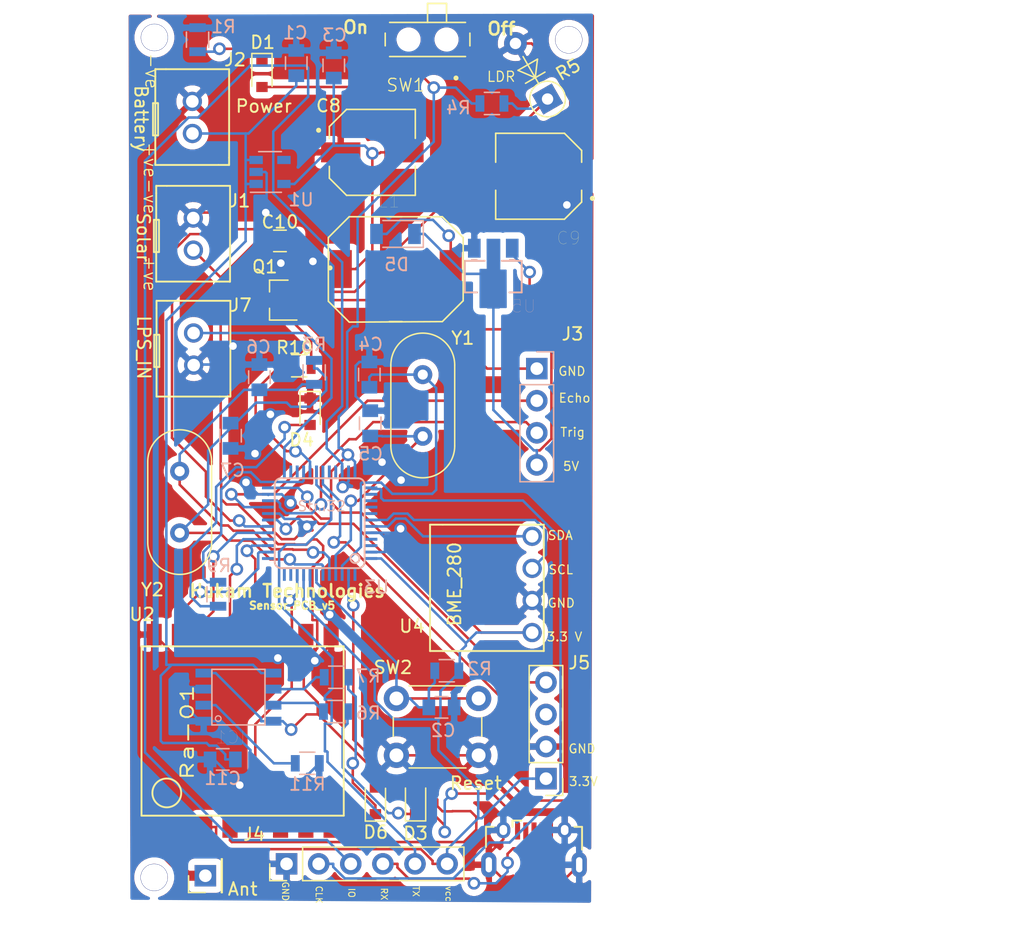
<source format=kicad_pcb>
(kicad_pcb (version 20171130) (host pcbnew 5.1.7-a382d34a8~88~ubuntu18.04.1)
  (layers (0 F.Cu signal) (31 B.Cu signal) (34 B.Paste user) (35 F.Paste user) (36 B.SilkS user) (37 F.SilkS user) (38 B.Mask user) (39 F.Mask user) (44 Edge.Cuts user))
  (net 0 "")
  (net 1 "Net-(AE1-Pad1)")
  (net 2 /RESET)
  (net 3 /PC14)
  (net 4 /PC15)
  (net 5 /OSCIN)
  (net 6 /OSCOUT)
  (net 7 /Supply_Reg)
  (net 8 /BAT_IN)
  (net 9 /Solar_+ve)
  (net 10 /VCC3V3)
  (net 11 /SWIO)
  (net 12 /SWCLK)
  (net 13 /LDR_IN)
  (net 14 "Net-(U1-Pad4)")
  (net 15 /DIO0)
  (net 16 /NSS)
  (net 17 /MISO)
  (net 18 /MOSI)
  (net 19 /SCL)
  (net 20 /SDA)
  (net 21 /SCK)
  (net 22 "Net-(D1-Pad1)")
  (net 23 /Trig)
  (net 24 /EchoToStm32)
  (net 25 /Reset_LoRa)
  (net 26 "Net-(U2-Pad10)")
  (net 27 /GND)
  (net 28 "Net-(SW1-Pad1)")
  (net 29 "Net-(U2-Pad11)")
  (net 30 "Net-(U2-Pad8)")
  (net 31 "Net-(U2-Pad7)")
  (net 32 "Net-(U3-Pad38)")
  (net 33 "Net-(U3-Pad1)")
  (net 34 "Net-(U3-Pad26)")
  (net 35 "Net-(U3-Pad32)")
  (net 36 "Net-(U3-Pad33)")
  (net 37 "Net-(U3-Pad39)")
  (net 38 "Net-(U3-Pad40)")
  (net 39 "Net-(U3-Pad41)")
  (net 40 "Net-(J5-Pad3)")
  (net 41 /Air_in)
  (net 42 "Net-(D4-Pad2)")
  (net 43 "Net-(R9-Pad2)")
  (net 44 /OUT_5V)
  (net 45 "Net-(D5-Pad2)")
  (net 46 "Net-(U2-Pad6)")
  (net 47 "Net-(U3-Pad12)")
  (net 48 "Net-(U3-Pad13)")
  (net 49 /RX)
  (net 50 /TX)
  (net 51 "Net-(U3-Pad27)")
  (net 52 "Net-(U3-Pad45)")
  (net 53 "Net-(U3-Pad46)")
  (net 54 "Net-(D3-Pad1)")
  (net 55 "Net-(D6-Pad1)")
  (net 56 "Net-(IC1-Pad7)")
  (net 57 "Net-(IC1-Pad6)")
  (net 58 "Net-(IC1-Pad2)")
  (net 59 "Net-(Q1-Pad1)")
  (net 60 /Activate)
  (net 61 "Net-(J6-Pad4)")
  (net 62 "Net-(J6-Pad3)")
  (net 63 "Net-(J6-Pad2)")
  (net 64 /GND_Sensor)
  (net 65 "Net-(U3-Pad11)")
  (net 66 /LPS_IN)
  (module Custom_Libraries:MountingHole1.5mm (layer F.Cu) (at 25.20696 87.74176)
    (fp_text reference M3 hide)
    (fp_text value MountingHole_2.1mm hide)
    (pad "" thru_hole circle (at 0 0) (size 2.15 2.15) (drill 2.1) (layers *.Cu *.Mask))
  )
  (module Custom_Libraries:MountingHole1.5mm (layer F.Cu) (at 57.99836 21.4503)
    (fp_text reference M2 hide)
    (fp_text value MountingHole_2.1mm hide)
    (pad "" thru_hole circle (at 0 0) (size 2.15 2.15) (drill 2.1) (layers *.Cu *.Mask))
  )
  (module Custom_Libraries:MountingHole1.5mm (layer F.Cu) (at 25.22474 21.26488)
    (fp_text reference M1 hide)
    (fp_text value MountingHole_2.1mm hide)
    (pad "" thru_hole circle (at 0 0) (size 2.15 2.15) (drill 2.1) (layers *.Cu *.Mask))
  )
  (module Custom_Libraries:SOP-8 (layer B.Cu) (at 31.8719 73.4746)
    (fp_text reference IC1 (at -0.63517 3.1759) (layer B.SilkS) (effects (font (size 1.000283 1.000283) (thickness 0.015)) (justify mirror)))
    (fp_text value TP4056 hide)
    (pad 7 smd rect (at 2.75 0.635) (size 1.3 0.7) (layers B.Cu B.Paste B.Mask) (net 56 "Net-(IC1-Pad7)"))
    (pad 8 smd rect (at 2.75 1.905) (size 1.3 0.7) (layers B.Cu B.Paste B.Mask) (net 9 /Solar_+ve))
    (pad 6 smd rect (at 2.75 -0.635) (size 1.3 0.7) (layers B.Cu B.Paste B.Mask) (net 57 "Net-(IC1-Pad6)"))
    (pad 5 smd rect (at 2.75 -1.905) (size 1.3 0.7) (layers B.Cu B.Paste B.Mask) (net 8 /BAT_IN))
    (pad 2 smd rect (at -2.75 0.635) (size 1.3 0.7) (layers B.Cu B.Paste B.Mask) (net 58 "Net-(IC1-Pad2)"))
    (pad 1 smd rect (at -2.75 1.905) (size 1.3 0.7) (layers B.Cu B.Paste B.Mask) (net 27 /GND))
    (pad 3 smd rect (at -2.75 -0.635) (size 1.3 0.7) (layers B.Cu B.Paste B.Mask) (net 27 /GND))
    (pad 4 smd rect (at -2.75 -1.905) (size 1.3 0.7) (layers B.Cu B.Paste B.Mask) (net 9 /Solar_+ve))
  )
  (module Custom_Libraries:Battery_holder (layer F.Cu) (at 29.7739 46.1061 270)
    (fp_text reference J7 (at -3.64998 -2.28092 180) (layer F.SilkS))
    (fp_text value LPS_Sensor hide)
    (pad 1 thru_hole circle (at -1.45 1.45 270) (size 1.524 1.524) (drill 1) (layers *.Cu *.Mask) (net 66 /LPS_IN))
    (pad 2 thru_hole circle (at 1.09 1.44 270) (size 1.524 1.524) (drill 1) (layers *.Cu *.Mask) (net 27 /GND))
  )
  (module Custom_Libraries:IND_22uH (layer F.Cu) (at 44.3154 39.6037)
    (fp_text reference L1 (at -0.525 -5.385) (layer F.SilkS) (effects (font (thickness 0.015))))
    (fp_text value Inductor_22uH hide)
    (pad 2 smd rect (at 4.35 -0.01) (size 1.75 3) (layers F.Cu F.Paste F.Mask) (net 45 "Net-(D5-Pad2)"))
    (pad 1 smd rect (at -4.35 -0.01) (size 1.75 3) (layers F.Cu F.Paste F.Mask) (net 7 /Supply_Reg))
  )
  (module Custom_Libraries:CAPAE660X550N (layer F.Cu) (at 42.4637 30.3581)
    (fp_text reference C8 (at -3.4671 -3.68554) (layer F.SilkS))
    (fp_text value "100 uF")
    (pad 2 smd rect (at 2.5 0) (size 3.11 1.58) (layers F.Cu F.Paste F.Mask) (net 7 /Supply_Reg))
    (pad 1 smd rect (at -2.5 0) (size 3.11 1.58) (layers F.Cu F.Paste F.Mask) (net 27 /GND))
  )
  (module Custom_Libraries:Conn_USBmicro-B_ebay-side_TH (layer F.Cu) (at 55.2526 86.741)
    (fp_text reference J6)
    (fp_text value USB3130-XX-X_REVD hide)
    (pad 6 thru_hole oval (at -3.575 0) (size 1.2 2) (drill oval 0.5 1.2) (layers *.Cu *.Mask F.Paste) (net 27 /GND))
    (pad "" smd rect (at 0 0) (size 2 2) (layers F.Cu F.Paste F.Mask))
    (pad 6 thru_hole oval (at 3.575 0) (size 1.2 2) (drill oval 0.5 1.2) (layers *.Cu *.Mask F.Paste) (net 27 /GND))
    (pad 1 smd rect (at -1.3 -2.675) (size 0.4 1.35) (layers F.Cu F.Paste F.Mask) (net 9 /Solar_+ve))
    (pad 2 smd rect (at -0.65 -2.675) (size 0.4 1.35) (layers F.Cu F.Paste F.Mask) (net 63 "Net-(J6-Pad2)"))
    (pad 3 smd rect (at 0 -2.675) (size 0.4 1.35) (layers F.Cu F.Paste F.Mask) (net 62 "Net-(J6-Pad3)"))
    (pad 4 smd rect (at 0.65 -2.675) (size 0.4 1.35) (layers F.Cu F.Paste F.Mask) (net 61 "Net-(J6-Pad4)"))
    (pad 5 smd rect (at 1.3 -2.675) (size 0.4 1.35) (layers F.Cu F.Paste F.Mask) (net 27 /GND))
    (pad 6 thru_hole oval (at -2.425 -2.75) (size 1.1 1.3) (drill oval 0.6 0.8) (layers *.Cu *.Mask) (net 27 /GND))
    (pad 6 thru_hole oval (at 2.425 -2.75) (size 1.1 1.3) (drill oval 0.6 0.8) (layers *.Cu *.Mask) (net 27 /GND))
  )
  (module Custom_Libraries:Battery_holder (layer F.Cu) (at 29.6748 27.7749 270)
    (fp_text reference J2 (at -4.74472 -1.93296 180) (layer F.SilkS))
    (fp_text value Battery_input hide)
    (pad 1 thru_hole circle (at -1.45 1.45 270) (size 1.524 1.524) (drill 1) (layers *.Cu *.Mask) (net 27 /GND))
    (pad 2 thru_hole circle (at 1.09 1.44 270) (size 1.524 1.524) (drill 1) (layers *.Cu *.Mask) (net 8 /BAT_IN))
  )
  (module Custom_Libraries:Battery_holder (layer F.Cu) (at 29.7485 37.0078 270)
    (fp_text reference J1 (at -2.81178 -2.20472 180) (layer F.SilkS))
    (fp_text value Solar_input hide)
    (pad 1 thru_hole circle (at -1.45 1.45 270) (size 1.524 1.524) (drill 1) (layers *.Cu *.Mask) (net 27 /GND))
    (pad 2 thru_hole circle (at 1.09 1.44 270) (size 1.524 1.524) (drill 1) (layers *.Cu *.Mask) (net 9 /Solar_+ve))
  )
  (module Custom_Libraries:BME280 (layer F.Cu) (at 50.0275 65.8241)
    (fp_text reference U4 (at -4.43198 2.03706) (layer F.SilkS))
    (fp_text value BME_280 (at -1.06138 -1.29286 90) (layer F.SilkS))
    (pad 4 thru_hole circle (at 5.08 -5.08) (size 1.524 1.524) (drill 1) (layers *.Cu *.Mask) (net 20 /SDA))
    (pad 3 thru_hole circle (at 5.08 -2.54) (size 1.524 1.524) (drill 1) (layers *.Cu *.Mask) (net 19 /SCL))
    (pad 2 thru_hole circle (at 5.08 0) (size 1.524 1.524) (drill 1) (layers *.Cu *.Mask) (net 27 /GND))
    (pad 1 thru_hole circle (at 5.08 2.54) (size 1.524 1.524) (drill 1) (layers *.Cu *.Mask) (net 10 /VCC3V3))
  )
  (module Custom_Libraries:SOT89 (layer B.Cu) (at 52.0294 39.9437)
    (fp_text reference U5 (at 2.39522 2.58826 -180) (layer B.SilkS) (effects (font (thickness 0.015)) (justify mirror)))
    (fp_text value BL8530 hide)
    (pad 1 smd rect (at -1.5 -2) (size 1 1.5) (layers B.Cu B.Paste B.Mask) (net 27 /GND))
    (pad 3 smd rect (at 1.5 -2) (size 1 1.5) (layers B.Cu B.Paste B.Mask) (net 45 "Net-(D5-Pad2)"))
    (pad 2 smd custom (at 0.01 0.03) (size 1 5.5) (layers B.Cu B.Paste B.Mask) (net 44 /OUT_5V) (options (clearance outline) (anchor rect)) (primitives (gr_poly (pts (xy 1 -0.29) (xy 0.5 -0.29) (xy 0.5 -2.73) (xy -0.46 -2.73) (xy -0.49 -2.74) (xy -0.48 -0.35) (xy -1.05 -0.35) (xy -1.05 2.66) (xy 1.01 2.66)) (width 0.1))))
  )
  (module Pin_Headers:Pin_Header_Straight_1x06_Pitch2.54mm (layer F.Cu) (at 35.6794 86.6699 90)
    (fp_text reference J4 (at 2.33934 -2.56794 180) (layer F.SilkS))
    (fp_text value Conn_01x06_Female hide)
    (pad 1 thru_hole rect (at 0 0 90) (size 1.7 1.7) (drill 1) (layers *.Cu *.Mask) (net 27 /GND))
    (pad 2 thru_hole oval (at 0 2.54 90) (size 1.7 1.7) (drill 1) (layers *.Cu *.Mask) (net 12 /SWCLK))
    (pad 3 thru_hole oval (at 0 5.08 90) (size 1.7 1.7) (drill 1) (layers *.Cu *.Mask) (net 11 /SWIO))
    (pad 4 thru_hole oval (at 0 7.62 90) (size 1.7 1.7) (drill 1) (layers *.Cu *.Mask) (net 49 /RX))
    (pad 5 thru_hole oval (at 0 10.16 90) (size 1.7 1.7) (drill 1) (layers *.Cu *.Mask) (net 50 /TX))
    (pad 6 thru_hole oval (at 0 12.7 90) (size 1.7 1.7) (drill 1) (layers *.Cu *.Mask) (net 10 /VCC3V3))
  )
  (module "Custom_Libraries:STM32(LQFP48)" (layer B.Cu) (at 38.8061 60.2158 90)
    (fp_text reference U3 (at -4.5593 3.98018 180) (layer B.SilkS) (effects (justify mirror)))
    (fp_text value STM32 hide)
    (pad 38 smd rect (at 2.794 3.556 90) (size 0.23 1) (layers B.Cu B.Adhes B.Paste B.Mask) (net 32 "Net-(U3-Pad38)"))
    (pad 1 smd rect (at -3.556 2.286 90) (size 1 0.23) (layers B.Cu B.Adhes B.Paste B.Mask) (net 33 "Net-(U3-Pad1)"))
    (pad 2 smd rect (at -3.556 1.778 90) (size 1 0.23) (layers B.Cu B.Adhes B.Paste B.Mask) (net 25 /Reset_LoRa))
    (pad 3 smd rect (at -3.556 1.27 90) (size 1 0.23) (layers B.Cu B.Adhes B.Paste B.Mask) (net 3 /PC14))
    (pad 4 smd rect (at -3.556 0.762 90) (size 1 0.23) (layers B.Cu B.Adhes B.Paste B.Mask) (net 4 /PC15))
    (pad 5 smd rect (at -3.556 0.254 90) (size 1 0.23) (layers B.Cu B.Adhes B.Paste B.Mask) (net 5 /OSCIN))
    (pad 6 smd rect (at -3.556 -0.254 90) (size 1 0.23) (layers B.Cu B.Adhes B.Paste B.Mask) (net 6 /OSCOUT))
    (pad 7 smd rect (at -3.556 -0.762 90) (size 1 0.23) (layers B.Cu B.Adhes B.Paste B.Mask) (net 2 /RESET))
    (pad 8 smd rect (at -3.556 -1.27 90) (size 1 0.23) (layers B.Cu B.Adhes B.Paste B.Mask) (net 27 /GND))
    (pad 9 smd rect (at -3.556 -1.778 90) (size 1 0.23) (layers B.Cu B.Adhes B.Paste B.Mask) (net 10 /VCC3V3))
    (pad 10 smd rect (at -3.556 -2.286 90) (size 1 0.23) (layers B.Cu B.Adhes B.Paste B.Mask) (net 15 /DIO0))
    (pad 11 smd rect (at -3.556 -2.794 90) (size 1 0.23) (layers B.Cu B.Adhes B.Paste B.Mask) (net 65 "Net-(U3-Pad11)"))
    (pad 12 smd rect (at -3.556 -3.302 90) (size 1 0.23) (layers B.Cu B.Adhes B.Paste B.Mask) (net 47 "Net-(U3-Pad12)"))
    (pad 13 smd rect (at -2.286 -4.572 90) (size 0.23 1) (layers B.Cu B.Adhes B.Paste B.Mask) (net 48 "Net-(U3-Pad13)"))
    (pad 14 smd rect (at -1.778 -4.572 90) (size 0.23 1) (layers B.Cu B.Adhes B.Paste B.Mask) (net 16 /NSS))
    (pad 16 smd rect (at -0.762 -4.572 90) (size 0.23 1) (layers B.Cu B.Adhes B.Paste B.Mask) (net 17 /MISO))
    (pad 17 smd rect (at -0.254 -4.572 90) (size 0.23 1) (layers B.Cu B.Adhes B.Paste B.Mask) (net 18 /MOSI))
    (pad 18 smd rect (at 0.254 -4.572 90) (size 0.23 1) (layers B.Cu B.Adhes B.Paste B.Mask) (net 13 /LDR_IN))
    (pad 19 smd rect (at 0.762 -4.572 90) (size 0.23 1) (layers B.Cu B.Adhes B.Paste B.Mask) (net 41 /Air_in))
    (pad 20 smd rect (at 1.27 -4.572 90) (size 0.23 1) (layers B.Cu B.Adhes B.Paste B.Mask) (net 27 /GND))
    (pad 21 smd rect (at 1.778 -4.572 90) (size 0.23 1) (layers B.Cu B.Adhes B.Paste B.Mask) (net 24 /EchoToStm32))
    (pad 22 smd rect (at 2.286 -4.572 90) (size 0.23 1) (layers B.Cu B.Adhes B.Paste B.Mask) (net 23 /Trig))
    (pad 23 smd rect (at 2.794 -4.572 90) (size 0.23 1) (layers B.Cu B.Adhes B.Paste B.Mask) (net 27 /GND))
    (pad 24 smd rect (at 3.302 -4.572 90) (size 0.23 1) (layers B.Cu B.Adhes B.Paste B.Mask) (net 10 /VCC3V3))
    (pad 26 smd rect (at 4.572 -2.794 90) (size 1 0.23) (layers B.Cu B.Adhes B.Paste B.Mask) (net 34 "Net-(U3-Pad26)"))
    (pad 27 smd rect (at 4.572 -2.286 90) (size 1 0.23) (layers B.Cu B.Adhes B.Paste B.Mask) (net 51 "Net-(U3-Pad27)"))
    (pad 28 smd rect (at 4.572 -1.778 90) (size 1 0.23) (layers B.Cu B.Adhes B.Paste B.Mask) (net 43 "Net-(R9-Pad2)"))
    (pad 29 smd rect (at 4.572 -1.27 90) (size 1 0.23) (layers B.Cu B.Adhes B.Paste B.Mask) (net 60 /Activate))
    (pad 30 smd rect (at 4.572 -0.762 90) (size 1 0.23) (layers B.Cu B.Adhes B.Paste B.Mask) (net 50 /TX))
    (pad 31 smd rect (at 4.572 -0.254 90) (size 1 0.23) (layers B.Cu B.Adhes B.Paste B.Mask) (net 49 /RX))
    (pad 32 smd rect (at 4.572 0.254 90) (size 1 0.23) (layers B.Cu B.Adhes B.Paste B.Mask) (net 35 "Net-(U3-Pad32)"))
    (pad 33 smd rect (at 4.572 0.762 90) (size 1 0.23) (layers B.Cu B.Adhes B.Paste B.Mask) (net 36 "Net-(U3-Pad33)"))
    (pad 34 smd rect (at 4.572 1.27 90) (size 1 0.23) (layers B.Cu B.Adhes B.Paste B.Mask) (net 11 /SWIO))
    (pad 35 smd rect (at 4.572 1.778 90) (size 1 0.23) (layers B.Cu B.Adhes B.Paste B.Mask) (net 27 /GND))
    (pad 36 smd rect (at 4.572 2.286 90) (size 1 0.23) (layers B.Cu B.Adhes B.Paste B.Mask) (net 10 /VCC3V3))
    (pad 37 smd rect (at 3.302 3.556 90) (size 0.23 1) (layers B.Cu B.Adhes B.Paste B.Mask) (net 12 /SWCLK))
    (pad 39 smd rect (at 2.286 3.556 90) (size 0.23 1) (layers B.Cu B.Adhes B.Paste B.Mask) (net 37 "Net-(U3-Pad39)"))
    (pad 40 smd rect (at 1.778 3.556 90) (size 0.23 1) (layers B.Cu B.Adhes B.Paste B.Mask) (net 38 "Net-(U3-Pad40)"))
    (pad 41 smd rect (at 1.27 3.556 90) (size 0.23 1) (layers B.Cu B.Adhes B.Paste B.Mask) (net 39 "Net-(U3-Pad41)"))
    (pad 42 smd rect (at 0.762 3.556 90) (size 0.23 1) (layers B.Cu B.Adhes B.Paste B.Mask) (net 19 /SCL))
    (pad 43 smd rect (at 0.254 3.556 90) (size 0.23 1) (layers B.Cu B.Adhes B.Paste B.Mask) (net 20 /SDA))
    (pad 44 smd rect (at -0.254 3.556 90) (size 0.23 1) (layers B.Cu B.Adhes B.Paste B.Mask) (net 27 /GND))
    (pad 45 smd rect (at -0.762 3.556 90) (size 0.23 1) (layers B.Cu B.Adhes B.Paste B.Mask) (net 52 "Net-(U3-Pad45)"))
    (pad 46 smd rect (at -1.27 3.556 90) (size 0.23 1) (layers B.Cu B.Adhes B.Paste B.Mask) (net 53 "Net-(U3-Pad46)"))
    (pad 47 smd rect (at -1.778 3.556 90) (size 0.23 1) (layers B.Cu B.Adhes B.Paste B.Mask) (net 27 /GND))
    (pad 48 smd rect (at -2.286 3.556 90) (size 0.23 1) (layers B.Cu B.Adhes B.Paste B.Mask) (net 10 /VCC3V3))
    (pad 25 smd rect (at 4.572 -3.302 90) (size 1 0.23) (layers B.Cu B.Adhes B.Paste B.Mask) (net 66 /LPS_IN))
    (pad 15 smd rect (at -1.27 -4.572 90) (size 0.23 1) (layers B.Cu B.Adhes B.Paste B.Mask) (net 21 /SCK))
  )
  (module Custom_Libraries:SW_MLL1200S (layer F.Cu) (at 46.8325 21.4249 180)
    (fp_text reference SW1 (at 1.7399 -3.61696) (layer F.SilkS) (effects (font (size 1.000228 1.000228) (thickness 0.1))))
    (fp_text value MLL1200S hide)
    (pad G4 smd rect (at 3.75 1.15 180) (size 1 0.8) (layers F.Cu F.Paste F.Mask))
    (pad G2 smd rect (at 3.75 -1.15 180) (size 1 0.8) (layers F.Cu F.Paste F.Mask) (net 27 /GND))
    (pad G3 smd rect (at -3.75 1.15 180) (size 1 0.8) (layers F.Cu F.Paste F.Mask) (net 27 /GND))
    (pad G1 smd rect (at -3.75 -1.15 180) (size 1 0.8) (layers F.Cu F.Paste F.Mask) (net 27 /GND))
    (pad 3 smd rect (at 2.25 -2.05 180) (size 0.7 1.1) (layers F.Cu F.Paste F.Mask) (net 7 /Supply_Reg))
    (pad 2 smd rect (at 0.75 -2.05 180) (size 0.7 1.1) (layers F.Cu F.Paste F.Mask) (net 10 /VCC3V3))
    (pad 1 smd rect (at -2.25 -2.05 180) (size 0.7 1.1) (layers F.Cu F.Paste F.Mask) (net 28 "Net-(SW1-Pad1)"))
    (pad None np_thru_hole circle (at 1.5 0 180) (size 0.9 0.9) (drill 0.9) (layers *.Cu *.Mask))
    (pad "" np_thru_hole circle (at -1.5 0 180) (size 0.9 0.9) (drill 0.9) (layers *.Cu *.Mask))
  )
  (module Resistors_SMD:R_0805 (layer B.Cu) (at 30.2616 65.3288 90)
    (fp_text reference R9 (at 2.26568 0.0635 180) (layer B.SilkS) (effects (justify mirror)))
    (fp_text value "510 R" hide)
    (pad 1 smd rect (at -0.95 0 90) (size 0.7 1.3) (layers B.Cu B.Paste B.Mask) (net 42 "Net-(D4-Pad2)"))
    (pad 2 smd rect (at 0.95 0 90) (size 0.7 1.3) (layers B.Cu B.Paste B.Mask) (net 43 "Net-(R9-Pad2)"))
  )
  (module Diodes_SMD:D_0805 (layer F.Cu) (at 37.5412 50.8838 270)
    (fp_text reference D4 (at 2.23266 0.67056 180) (layer F.SilkS))
    (fp_text value Bat_Low hide)
    (pad 1 smd rect (at -1.05 0 270) (size 0.8 0.9) (layers F.Cu F.Paste F.Mask) (net 27 /GND))
    (pad 2 smd rect (at 1.05 0 270) (size 0.8 0.9) (layers F.Cu F.Paste F.Mask) (net 42 "Net-(D4-Pad2)"))
  )
  (module Pin_Headers:Pin_Header_Straight_1x04_Pitch2.54mm (layer F.Cu) (at 56.2 79.9262 180)
    (fp_text reference J5 (at -2.6416 9.17194) (layer F.SilkS))
    (fp_text value Airquality hide)
    (pad 1 thru_hole rect (at 0 0 180) (size 1.7 1.7) (drill 1) (layers *.Cu *.Mask) (net 10 /VCC3V3))
    (pad 2 thru_hole oval (at 0 2.54 180) (size 1.7 1.7) (drill 1) (layers *.Cu *.Mask) (net 27 /GND))
    (pad 3 thru_hole oval (at 0 5.08 180) (size 1.7 1.7) (drill 1) (layers *.Cu *.Mask) (net 40 "Net-(J5-Pad3)"))
    (pad 4 thru_hole oval (at 0 7.62 180) (size 1.7 1.7) (drill 1) (layers *.Cu *.Mask) (net 41 /Air_in))
  )
  (module Custom_Libraries:LoRa (layer F.Cu) (at 32.2047 80.2564 90)
    (fp_text reference U2 (at 13.3274 -7.95278 180) (layer F.SilkS))
    (fp_text value Ra-01 (at 3.99 -4.38 90) (layer F.SilkS) (effects (font (size 1 1.5))))
    (pad 16 smd rect (at 11.73 -7 90) (size 1.7 1.2) (layers F.Cu F.Adhes F.Paste F.Mask) (net 27 /GND))
    (pad 15 smd rect (at 11.73 -5 90) (size 1.7 1.2) (layers F.Cu F.Adhes F.Paste F.Mask) (net 16 /NSS))
    (pad 14 smd rect (at 11.73 -3 90) (size 1.7 1.2) (layers F.Cu F.Adhes F.Paste F.Mask) (net 18 /MOSI))
    (pad 13 smd rect (at 11.73 -1 90) (size 1.7 1.2) (layers F.Cu F.Adhes F.Paste F.Mask) (net 17 /MISO))
    (pad 12 smd rect (at 11.73 1 90) (size 1.7 1.2) (layers F.Cu F.Adhes F.Paste F.Mask) (net 21 /SCK))
    (pad 11 smd rect (at 11.73 3 90) (size 1.7 1.2) (layers F.Cu F.Adhes F.Paste F.Mask) (net 29 "Net-(U2-Pad11)"))
    (pad 10 smd rect (at 11.73 5 90) (size 1.7 1.2) (layers F.Cu F.Adhes F.Paste F.Mask) (net 26 "Net-(U2-Pad10)"))
    (pad 9 smd rect (at 11.73 7 90) (size 1.7 1.2) (layers F.Cu F.Adhes F.Paste F.Mask) (net 27 /GND))
    (pad 8 smd rect (at -3.5 7 90) (size 1.7 1.2) (layers F.Cu F.Adhes F.Paste F.Mask) (net 30 "Net-(U2-Pad8)"))
    (pad 7 smd rect (at -3.5 5 90) (size 1.7 1.2) (layers F.Cu F.Adhes F.Paste F.Mask) (net 31 "Net-(U2-Pad7)"))
    (pad 6 smd rect (at -3.5 3 90) (size 1.7 1.2) (layers F.Cu F.Adhes F.Paste F.Mask) (net 46 "Net-(U2-Pad6)"))
    (pad 5 smd rect (at -3.5 1 90) (size 1.7 1.2) (layers F.Cu F.Adhes F.Paste F.Mask) (net 15 /DIO0))
    (pad 4 smd rect (at -3.5 -1 90) (size 1.7 1.2) (layers F.Cu F.Adhes F.Paste F.Mask) (net 25 /Reset_LoRa))
    (pad 3 smd rect (at -3.5 -3 90) (size 1.7 1.2) (layers F.Cu F.Adhes F.Paste F.Mask) (net 10 /VCC3V3))
    (pad 2 smd rect (at -3.5 -5 90) (size 1.7 1.2) (layers F.Cu F.Adhes F.Paste F.Mask) (net 27 /GND))
    (pad 1 smd rect (at -3.5 -7 90) (size 1.7 1.2) (layers F.Cu F.Adhes F.Paste F.Mask) (net 1 "Net-(AE1-Pad1)"))
  )
  (module Pin_Headers:Pin_Header_Straight_1x01_Pitch2.54mm (layer F.Cu) (at 29.2557 87.6097 90)
    (fp_text reference AE1 hide)
    (fp_text value Antenna hide)
    (pad 1 thru_hole rect (at 0 0 90) (size 1.7 1.7) (drill 1) (layers *.Cu *.Mask) (net 1 "Net-(AE1-Pad1)"))
  )
  (module Pin_Headers:Pin_Header_Straight_1x04_Pitch2.54mm (layer B.Cu) (at 55.4736 47.4751 180)
    (fp_text reference J3 (at -2.82706 2.74308) (layer F.SilkS))
    (fp_text value "Distance /" hide)
    (pad 1 thru_hole rect (at 0 0 180) (size 1.7 1.7) (drill 1) (layers *.Cu *.Mask) (net 64 /GND_Sensor))
    (pad 2 thru_hole oval (at 0 -2.54 180) (size 1.7 1.7) (drill 1) (layers *.Cu *.Mask) (net 24 /EchoToStm32))
    (pad 3 thru_hole oval (at 0 -5.08 180) (size 1.7 1.7) (drill 1) (layers *.Cu *.Mask) (net 23 /Trig))
    (pad 4 thru_hole oval (at 0 -7.62 180) (size 1.7 1.7) (drill 1) (layers *.Cu *.Mask) (net 44 /OUT_5V))
  )
  (module Capacitors_SMD:C_0805 (layer B.Cu) (at 47.9356 74.2848 180)
    (fp_text reference C2 (at -0.13386 -1.8288) (layer B.SilkS) (effects (justify mirror)))
    (fp_text value 1.0uf hide)
    (pad 1 smd rect (at -1 0 180) (size 1 1.25) (layers B.Cu B.Paste B.Mask) (net 27 /GND))
    (pad 2 smd rect (at 1 0 180) (size 1 1.25) (layers B.Cu B.Paste B.Mask) (net 2 /RESET))
  )
  (module Capacitors_SMD:C_0805 (layer B.Cu) (at 42.2275 47.9476 90)
    (fp_text reference C4 (at 2.39014 0.10414 180) (layer B.SilkS) (effects (justify mirror)))
    (fp_text value 20pf hide)
    (pad 1 smd rect (at -1 0 90) (size 1 1.25) (layers B.Cu B.Paste B.Mask) (net 3 /PC14))
    (pad 2 smd rect (at 1 0 90) (size 1 1.25) (layers B.Cu B.Paste B.Mask) (net 27 /GND))
  )
  (module Capacitors_SMD:C_0805 (layer B.Cu) (at 42.2961 51.8058 90)
    (fp_text reference C5 (at -2.41554 0.03556 180) (layer B.SilkS) (effects (justify mirror)))
    (fp_text value 20pf hide)
    (pad 2 smd rect (at 1 0 90) (size 1 1.25) (layers B.Cu B.Paste B.Mask) (net 27 /GND))
    (pad 1 smd rect (at -1 0 90) (size 1 1.25) (layers B.Cu B.Paste B.Mask) (net 4 /PC15))
  )
  (module Capacitors_SMD:C_0805 (layer B.Cu) (at 33.5305 48.1508 90)
    (fp_text reference C6 (at 2.3876 -0.07366 180) (layer B.SilkS) (effects (justify mirror)))
    (fp_text value 20pf hide)
    (pad 2 smd rect (at 1 0 90) (size 1 1.25) (layers B.Cu B.Paste B.Mask) (net 27 /GND))
    (pad 1 smd rect (at -1 0 90) (size 1 1.25) (layers B.Cu B.Paste B.Mask) (net 5 /OSCIN))
  )
  (module Capacitors_SMD:C_0805 (layer B.Cu) (at 31.2496 52.7863 270)
    (fp_text reference C7 (at 2.73558 -0.15494 180) (layer B.SilkS) (effects (justify mirror)))
    (fp_text value 20pf hide)
    (pad 1 smd rect (at -1 0 270) (size 1 1.25) (layers B.Cu B.Paste B.Mask) (net 6 /OSCOUT))
    (pad 2 smd rect (at 1 0 270) (size 1 1.25) (layers B.Cu B.Paste B.Mask) (net 27 /GND))
  )
  (module Capacitors_SMD:C_0805 (layer B.Cu) (at 36.4465 23.2918 270)
    (fp_text reference C1 (at -2.39268 0.08128 180) (layer B.SilkS) (effects (justify mirror)))
    (fp_text value "100 nf" hide)
    (pad 2 smd rect (at 1 0 270) (size 1 1.25) (layers B.Cu B.Paste B.Mask) (net 8 /BAT_IN))
    (pad 1 smd rect (at -1 0 270) (size 1 1.25) (layers B.Cu B.Paste B.Mask) (net 27 /GND))
  )
  (module Capacitors_SMD:C_0805 (layer B.Cu) (at 39.4132 23.4772 270)
    (fp_text reference C3 (at -2.38938 -0.05842 180) (layer B.SilkS) (effects (justify mirror)))
    (fp_text value "100 nf" hide)
    (pad 2 smd rect (at 1 0 270) (size 1 1.25) (layers B.Cu B.Paste B.Mask) (net 7 /Supply_Reg))
    (pad 1 smd rect (at -1 0 270) (size 1 1.25) (layers B.Cu B.Paste B.Mask) (net 27 /GND))
  )
  (module Diodes_SMD:D_0805 (layer F.Cu) (at 33.7337 24.1351 270)
    (fp_text reference D1 (at -2.48416 -0.05318 180) (layer F.SilkS))
    (fp_text value Pwr_L.E.D hide)
    (pad 1 smd rect (at -1.05 0 270) (size 0.8 0.9) (layers F.Cu F.Paste F.Mask) (net 22 "Net-(D1-Pad1)"))
    (pad 2 smd rect (at 1.05 0 270) (size 0.8 0.9) (layers F.Cu F.Paste F.Mask) (net 10 /VCC3V3))
  )
  (module Resistors_SMD:R_0805 (layer B.Cu) (at 48.3514 71.3842 180)
    (fp_text reference R2 (at -2.59588 0.1524 180) (layer B.SilkS) (effects (justify mirror)))
    (fp_text value 10K hide)
    (pad 2 smd rect (at 0.95 0 180) (size 0.7 1.3) (layers B.Cu B.Paste B.Mask) (net 2 /RESET))
    (pad 1 smd rect (at -0.95 0 180) (size 0.7 1.3) (layers B.Cu B.Paste B.Mask) (net 10 /VCC3V3))
  )
  (module Resistors_SMD:R_0805 (layer B.Cu) (at 37.8638 47.7698 90)
    (fp_text reference R3 (at 2.2098 -0.00254) (layer B.SilkS) (effects (justify mirror)))
    (fp_text value 1M hide)
    (pad 1 smd rect (at -0.95 0 90) (size 0.7 1.3) (layers B.Cu B.Paste B.Mask) (net 5 /OSCIN))
    (pad 2 smd rect (at 0.95 0 90) (size 0.7 1.3) (layers B.Cu B.Paste B.Mask) (net 6 /OSCOUT))
  )
  (module Resistors_SMD:R_0805 (layer B.Cu) (at 28.6385 21.4401 90)
    (fp_text reference R1 (at 1.02866 2.04978 180) (layer B.SilkS) (effects (justify mirror)))
    (fp_text value "510 R" hide)
    (pad 2 smd rect (at 0.95 0 90) (size 0.7 1.3) (layers B.Cu B.Paste B.Mask) (net 27 /GND))
    (pad 1 smd rect (at -0.95 0 90) (size 0.7 1.3) (layers B.Cu B.Paste B.Mask) (net 22 "Net-(D1-Pad1)"))
  )
  (module Resistors_SMD:R_0805 (layer B.Cu) (at 51.9252 26.4897 180)
    (fp_text reference R4 (at 2.65176 -0.33782) (layer B.SilkS) (effects (justify mirror)))
    (fp_text value 10K hide)
    (pad 1 smd rect (at -0.95 0 180) (size 0.7 1.3) (layers B.Cu B.Paste B.Mask) (net 13 /LDR_IN))
    (pad 2 smd rect (at 0.95 0 180) (size 0.7 1.3) (layers B.Cu B.Paste B.Mask) (net 10 /VCC3V3))
  )
  (module Diodes_THT:D_A-405_P5.08mm_Vertical_AnodeUp (layer F.Cu) (at 56.3245 26.1366 120)
    (fp_text reference R5 (at 1.204918 2.58154 30) (layer F.SilkS))
    (fp_text value LDR hide)
    (pad 2 thru_hole oval (at 5.08 0 120) (size 1.8 1.8) (drill 0.9) (layers *.Cu *.Mask) (net 27 /GND))
    (pad 1 thru_hole rect (at 0 0 120) (size 1.8 1.8) (drill 0.9) (layers *.Cu *.Mask) (net 13 /LDR_IN))
  )
  (module TO_SOT_Packages_SMD:SOT-23-5 (layer B.Cu) (at 34.3713 31.91)
    (fp_text reference U1 (at 2.45364 2.20218) (layer B.SilkS) (effects (justify mirror)))
    (fp_text value APK2112.K-3.3 hide)
    (pad 1 smd rect (at -1.1 0.95) (size 1.06 0.65) (layers B.Cu B.Paste B.Mask) (net 8 /BAT_IN))
    (pad 2 smd rect (at -1.1 0) (size 1.06 0.65) (layers B.Cu B.Paste B.Mask) (net 27 /GND))
    (pad 3 smd rect (at -1.1 -0.95) (size 1.06 0.65) (layers B.Cu B.Paste B.Mask) (net 8 /BAT_IN))
    (pad 4 smd rect (at 1.1 -0.95) (size 1.06 0.65) (layers B.Cu B.Paste B.Mask) (net 14 "Net-(U1-Pad4)"))
    (pad 5 smd rect (at 1.1 0.95) (size 1.06 0.65) (layers B.Cu B.Paste B.Mask) (net 7 /Supply_Reg))
  )
  (module Crystals:Crystal_HC49-4H_Vertical (layer F.Cu) (at 46.4541 47.9501 270)
    (fp_text reference Y1 (at -2.89052 -3.16738 180) (layer F.SilkS))
    (fp_text value 32.768K hide)
    (pad 2 thru_hole circle (at 4.88 0 270) (size 1.5 1.5) (drill 0.8) (layers *.Cu *.Mask) (net 4 /PC15))
    (pad 1 thru_hole circle (at 0 0 270) (size 1.5 1.5) (drill 0.8) (layers *.Cu *.Mask) (net 3 /PC14))
  )
  (module Crystals:Crystal_HC49-4H_Vertical (layer F.Cu) (at 27.2237 55.5981 270)
    (fp_text reference Y2 (at 9.37258 2.14884 unlocked) (layer F.SilkS))
    (fp_text value 8Mhz hide)
    (pad 1 thru_hole circle (at 0 0 270) (size 1.5 1.5) (drill 0.8) (layers *.Cu *.Mask) (net 5 /OSCIN))
    (pad 2 thru_hole circle (at 4.88 0 270) (size 1.5 1.5) (drill 0.8) (layers *.Cu *.Mask) (net 6 /OSCOUT))
  )
  (module Buttons_Switches_THT:SW_PUSH_6mm_h5mm (layer F.Cu) (at 50.8711 78.0796 180)
    (fp_text reference SW2 (at 6.77418 6.95452) (layer F.SilkS))
    (fp_text value SW_Push hide)
    (pad 1 thru_hole circle (at 6.5 0 270) (size 2 2) (drill 1.1) (layers *.Cu *.Mask) (net 27 /GND))
    (pad 2 thru_hole circle (at 6.5 4.5 270) (size 2 2) (drill 1.1) (layers *.Cu *.Mask) (net 2 /RESET))
    (pad 1 thru_hole circle (at 0 0 270) (size 2 2) (drill 1.1) (layers *.Cu *.Mask) (net 27 /GND))
    (pad 2 thru_hole circle (at 0 4.5 270) (size 2 2) (drill 1.1) (layers *.Cu *.Mask) (net 2 /RESET))
  )
  (module Custom_Libraries:CAPAE660X550N (layer F.Cu) (at 55.6209 32.2504 180)
    (fp_text reference C9 (at -2.3622 -4.89458) (layer F.SilkS) (effects (font (thickness 0.015))))
    (fp_text value "100 uF" hide)
    (pad 1 smd rect (at -2.5 0 180) (size 3.11 1.58) (layers F.Cu F.Paste F.Mask) (net 27 /GND))
    (pad 2 smd rect (at 2.5 0 180) (size 3.11 1.58) (layers F.Cu F.Paste F.Mask) (net 44 /OUT_5V))
  )
  (module Diodes_SMD:D_1206 (layer B.Cu) (at 44.2951 36.8148 180)
    (fp_text reference D5 (at -0.09398 -2.42316) (layer B.SilkS) (effects (justify mirror)))
    (fp_text value SS14 hide)
    (pad 2 smd rect (at 1.5 0 180) (size 1 1.6) (layers B.Cu B.Paste B.Mask) (net 45 "Net-(D5-Pad2)"))
    (pad 1 smd rect (at -1.5 0 180) (size 1 1.6) (layers B.Cu B.Paste B.Mask) (net 44 /OUT_5V))
  )
  (module Capacitors_SMD:C_0805 (layer F.Cu) (at 35.1561 37.3659)
    (fp_text reference C10 (at 0 -1.5) (layer F.SilkS))
    (fp_text value 10uf hide)
    (pad 1 smd rect (at -1 0) (size 1 1.25) (layers F.Cu F.Paste F.Mask) (net 9 /Solar_+ve))
    (pad 2 smd rect (at 1 0) (size 1 1.25) (layers F.Cu F.Paste F.Mask) (net 27 /GND))
  )
  (module Capacitors_SMD:C_0805 (layer B.Cu) (at 30.6299 78.4047)
    (fp_text reference C11 (at 0 1.5) (layer B.SilkS) (effects (justify mirror)))
    (fp_text value 10uf hide)
    (pad 2 smd rect (at 1 0) (size 1 1.25) (layers B.Cu B.Paste B.Mask) (net 8 /BAT_IN))
    (pad 1 smd rect (at -1 0) (size 1 1.25) (layers B.Cu B.Paste B.Mask) (net 27 /GND))
  )
  (module Diodes_SMD:D_0805 (layer F.Cu) (at 45.8851 81.6712 90)
    (fp_text reference D3 (at -2.58572 0 180) (layer F.SilkS))
    (fp_text value Pwr_L.E.D hide)
    (pad 1 smd rect (at -1.05 0 90) (size 0.8 0.9) (layers F.Cu F.Paste F.Mask) (net 54 "Net-(D3-Pad1)"))
    (pad 2 smd rect (at 1.05 0 90) (size 0.8 0.9) (layers F.Cu F.Paste F.Mask) (net 9 /Solar_+ve))
  )
  (module Diodes_SMD:D_0805 (layer F.Cu) (at 42.7076 81.6864 90)
    (fp_text reference D6 (at -2.47748 0.0254 180) (layer F.SilkS))
    (fp_text value Pwr_L.E.D hide)
    (pad 2 smd rect (at 1.05 0 90) (size 0.8 0.9) (layers F.Cu F.Paste F.Mask) (net 9 /Solar_+ve))
    (pad 1 smd rect (at -1.05 0 90) (size 0.8 0.9) (layers F.Cu F.Paste F.Mask) (net 55 "Net-(D6-Pad1)"))
  )
  (module Custom_Libraries:BC547-SOT23 (layer F.Cu) (at 35.0926 42.0522 180)
    (fp_text reference Q1 (at 1.13788 2.63648 180) (layer F.SilkS))
    (fp_text value BC547 hide)
    (pad 1 smd rect (at -1 -0.95 180) (size 0.9 0.8) (layers F.Cu F.Paste F.Mask) (net 59 "Net-(Q1-Pad1)"))
    (pad 2 smd rect (at -1 0.95 180) (size 0.9 0.8) (layers F.Cu F.Paste F.Mask) (net 27 /GND))
    (pad 3 smd rect (at 1 0 180) (size 0.9 0.8) (layers F.Cu F.Paste F.Mask) (net 64 /GND_Sensor))
  )
  (module Resistors_SMD:R_0805 (layer B.Cu) (at 39.5478 74.6176)
    (fp_text reference R6 (at 2.59588 0.12192) (layer B.SilkS) (effects (justify mirror)))
    (fp_text value 1K hide)
    (pad 1 smd rect (at -0.95 0) (size 0.7 1.3) (layers B.Cu B.Paste B.Mask) (net 56 "Net-(IC1-Pad7)"))
    (pad 2 smd rect (at 0.95 0) (size 0.7 1.3) (layers B.Cu B.Paste B.Mask) (net 54 "Net-(D3-Pad1)"))
  )
  (module Resistors_SMD:R_0805 (layer B.Cu) (at 39.6088 71.8998)
    (fp_text reference R7 (at 2.53492 -0.09144) (layer B.SilkS) (effects (justify mirror)))
    (fp_text value 1K hide)
    (pad 2 smd rect (at 0.95 0) (size 0.7 1.3) (layers B.Cu B.Paste B.Mask) (net 55 "Net-(D6-Pad1)"))
    (pad 1 smd rect (at -0.95 0) (size 0.7 1.3) (layers B.Cu B.Paste B.Mask) (net 57 "Net-(IC1-Pad6)"))
  )
  (module Resistors_SMD:R_0805 (layer F.Cu) (at 36.675 47.2465)
    (fp_text reference R10 (at -0.3683 -1.4351) (layer F.SilkS))
    (fp_text value 1K hide)
    (pad 2 smd rect (at 0.95 0) (size 0.7 1.3) (layers F.Cu F.Paste F.Mask) (net 59 "Net-(Q1-Pad1)"))
    (pad 1 smd rect (at -0.95 0) (size 0.7 1.3) (layers F.Cu F.Paste F.Mask) (net 60 /Activate))
  )
  (module Resistors_SMD:R_0805 (layer B.Cu) (at 37.3177 78.7095)
    (fp_text reference R11 (at 0 1.65) (layer B.SilkS) (effects (justify mirror)))
    (fp_text value 510R hide)
    (pad 2 smd rect (at 0.95 0) (size 0.7 1.3) (layers B.Cu B.Paste B.Mask) (net 27 /GND))
    (pad 1 smd rect (at -0.95 0) (size 0.7 1.3) (layers B.Cu B.Paste B.Mask) (net 58 "Net-(IC1-Pad2)"))
  )
  (gr_text LPS_IN (at 24.37638 45.80128 270) (layer F.SilkS) (effects (font (size 1 1))))
  (gr_text 5V (at 58.18632 55.20436) (layer F.SilkS) (effects (font (size 0.7 0.7) (thickness 0.1))))
  (gr_text Trig (at 58.3057 52.50942) (layer F.SilkS) (effects (font (size 0.7 0.7) (thickness 0.1))))
  (gr_text Echo (at 58.46318 49.80178) (layer F.SilkS) (effects (font (size 0.7 0.7) (thickness 0.1))))
  (gr_text 3.3V (at 59.15914 80.15224) (layer F.SilkS) (effects (font (size 0.7 0.7) (thickness 0.1))))
  (gr_text GND (at 59.04992 77.56398) (layer F.SilkS) (effects (font (size 0.7 0.7) (thickness 0.1))))
  (gr_text RX (at 43.3959 89.0524 270) (layer F.SilkS) (effects (font (size 0.5 0.5) (thickness 0.08))))
  (gr_text TX (at 45.91304 88.84158 270) (layer F.SilkS) (effects (font (size 0.5 0.5) (thickness 0.08))))
  (gr_text LDR (at 52.6542 24.3713) (layer F.SilkS) (effects (font (size 0.8 0.8) (thickness 0.1))))
  (gr_text +ve (at 24.8666 39.9542 270) (layer F.SilkS) (effects (font (size 1 1) (thickness 0.1))))
  (gr_text -ve (at 24.8666 33.84042 270) (layer F.SilkS) (effects (font (size 1 1) (thickness 0.1))))
  (gr_text Solar (at 24.33828 37.0967 270) (layer F.SilkS) (effects (font (size 1 1))))
  (gr_text +ve (at 24.88692 30.96514 270) (layer F.SilkS) (effects (font (size 1 1) (thickness 0.1))))
  (gr_text Ant (at 32.20974 88.66632) (layer F.SilkS) (effects (font (size 1 1))))
  (gr_text GND (at 35.5854 88.84158 270) (layer F.SilkS) (effects (font (size 0.5 0.5) (thickness 0.08))))
  (gr_text CLK (at 38.24224 89.11082 270) (layer F.SilkS) (effects (font (size 0.5 0.5) (thickness 0.08))))
  (gr_text IO (at 40.82034 88.9635 270) (layer F.SilkS) (effects (font (size 0.5 0.5) (thickness 0.08))))
  (gr_text vcc (at 48.51146 89.04986 270) (layer F.SilkS) (effects (font (size 0.5 0.5) (thickness 0.08))))
  (gr_text On (at 41.148 20.45462) (layer F.SilkS) (effects (font (size 1 1) (thickness 0.2))))
  (gr_text Off (at 52.67452 20.57654) (layer F.SilkS) (effects (font (size 1 1) (thickness 0.2))))
  (gr_text -ve (at 25.01392 23.91918 270) (layer F.SilkS) (effects (font (size 1 1) (thickness 0.1))))
  (gr_text "3.3 V" (at 57.66562 68.70446) (layer F.SilkS) (effects (font (size 0.7 0.7) (thickness 0.1))))
  (gr_text GND (at 57.40908 66.02984) (layer F.SilkS) (effects (font (size 0.7 0.7) (thickness 0.1))))
  (gr_text SCL (at 57.37098 63.38824) (layer F.SilkS) (effects (font (size 0.7 0.7) (thickness 0.1))))
  (gr_text SDA (at 57.33542 60.67552) (layer F.SilkS) (effects (font (size 0.7 0.7) (thickness 0.1))))
  (gr_text GND (at 58.24982 47.68596) (layer F.SilkS) (effects (font (size 0.7 0.7) (thickness 0.1))))
  (gr_text Battery (at 24.17064 27.69362 270) (layer F.SilkS) (effects (font (size 1 1))))
  (gr_text Reset (at 50.6476 80.28686) (layer F.SilkS) (effects (font (size 1 1))))
  (gr_text Stm32 (at 38.45814 58.35904) (layer B.SilkS) (effects (font (size 0.8 0.8) (thickness 0.1))))
  (gr_text Power (at 33.87852 26.70048) (layer F.SilkS) (effects (font (size 1 1))))
  (gr_text Sensor_PCB_v5 (at 36.1188 66.22542) (layer F.SilkS) (effects (font (size 0.6 0.6))))
  (gr_text "Hukam Technologies\n" (at 35.7251 65.0748) (layer F.SilkS) (effects (font (size 1 1) (thickness 0.2))))
  (segment (start 25.2047 83.7564) (end 25.2047 85.2067) (width 0.8) (layer F.Cu) (net 1))
  (segment (start 29.2557 87.6097) (end 27.8054 87.6097) (width 0.8) (layer F.Cu) (net 1))
  (segment (start 27.8054 87.6097) (end 25.4024 85.2067) (width 0.8) (layer F.Cu) (net 1))
  (segment (start 25.4024 85.2067) (end 25.2047 85.2067) (width 0.8) (layer F.Cu) (net 1))
  (segment (start 44.3711 73.5796) (end 45.4301 73.5796) (width 0.2) (layer B.Cu) (net 2))
  (segment (start 45.4301 73.5796) (end 46.1353 74.2848) (width 0.2) (layer B.Cu) (net 2))
  (segment (start 47.4014 71.3842) (end 47.4014 72.3345) (width 0.2) (layer B.Cu) (net 2))
  (segment (start 47.4014 72.3345) (end 46.9356 72.8003) (width 0.2) (layer B.Cu) (net 2))
  (segment (start 46.9356 72.8003) (end 46.9356 74.2848) (width 0.2) (layer B.Cu) (net 2))
  (segment (start 46.9356 74.2848) (end 46.1353 74.2848) (width 0.2) (layer B.Cu) (net 2))
  (segment (start 50.8711 73.5796) (end 44.3711 73.5796) (width 0.2) (layer F.Cu) (net 2))
  (segment (start 38.0441 64.4093) (end 38.0441 63.7718) (width 0.2) (layer B.Cu) (net 2))
  (segment (start 44.3711 70.7363) (end 38.0441 64.4093) (width 0.2) (layer B.Cu) (net 2))
  (segment (start 44.3711 73.5796) (end 44.3711 70.7363) (width 0.2) (layer B.Cu) (net 2))
  (segment (start 42.2275 48.1473) (end 42.4247 47.9501) (width 0.2) (layer B.Cu) (net 3))
  (segment (start 42.4247 47.9501) (end 46.4541 47.9501) (width 0.2) (layer B.Cu) (net 3))
  (segment (start 42.2275 48.9476) (end 42.2275 48.1473) (width 0.2) (layer B.Cu) (net 3))
  (segment (start 47.5135 49.0095) (end 47.5135 57.06846) (width 0.2) (layer B.Cu) (net 3))
  (segment (start 47.5135 57.06846) (end 47.20082 57.38114) (width 0.2) (layer B.Cu) (net 3))
  (segment (start 41.562099 61.585801) (end 40.0761 63.0718) (width 0.2) (layer B.Cu) (net 3))
  (segment (start 40.0761 63.0718) (end 40.0761 63.7718) (width 0.2) (layer B.Cu) (net 3))
  (segment (start 43.1598 56.498799) (end 41.622099 56.498799) (width 0.2) (layer B.Cu) (net 3))
  (segment (start 41.622099 56.498799) (end 41.562099 56.558799) (width 0.2) (layer B.Cu) (net 3))
  (segment (start 44.042141 57.38114) (end 43.1598 56.498799) (width 0.2) (layer B.Cu) (net 3))
  (segment (start 41.562099 56.558799) (end 41.562099 61.585801) (width 0.2) (layer B.Cu) (net 3))
  (segment (start 47.20082 57.38114) (end 44.042141 57.38114) (width 0.2) (layer B.Cu) (net 3))
  (segment (start 46.4541 47.9501) (end 47.5135 49.0095) (width 0.2) (layer B.Cu) (net 3))
  (segment (start 42.2961 52.8058) (end 43.2214 52.8058) (width 0.2) (layer B.Cu) (net 4))
  (segment (start 46.4541 52.8301) (end 43.2457 52.8301) (width 0.2) (layer B.Cu) (net 4))
  (segment (start 43.2457 52.8301) (end 43.2214 52.8058) (width 0.2) (layer B.Cu) (net 4))
  (segment (start 40.762089 61.041917) (end 40.762089 57.971679) (width 0.2) (layer B.Cu) (net 4))
  (segment (start 39.5681 62.235906) (end 40.762089 61.041917) (width 0.2) (layer B.Cu) (net 4))
  (segment (start 41.34772 57.93648) (end 40.762089 57.93648) (width 0.2) (layer F.Cu) (net 4))
  (segment (start 39.5681 63.7718) (end 39.5681 62.235906) (width 0.2) (layer B.Cu) (net 4))
  (segment (start 40.762089 57.971679) (end 40.762089 57.93648) (width 0.2) (layer B.Cu) (net 4))
  (via (at 40.762089 57.93648) (size 1) (drill 0.6) (layers F.Cu B.Cu) (net 4))
  (segment (start 46.4541 52.8301) (end 41.34772 57.93648) (width 0.2) (layer F.Cu) (net 4))
  (segment (start 27.2237 55.5981) (end 27.2237 54.2485) (width 0.2) (layer B.Cu) (net 5))
  (segment (start 27.2237 54.2485) (end 32.3214 49.1508) (width 0.2) (layer B.Cu) (net 5))
  (segment (start 32.3214 49.1508) (end 33.5305 49.1508) (width 0.2) (layer B.Cu) (net 5))
  (segment (start 37.8638 48.7198) (end 36.9135 48.7198) (width 0.2) (layer B.Cu) (net 5))
  (segment (start 33.5305 49.1508) (end 36.4825 49.1508) (width 0.2) (layer B.Cu) (net 5))
  (segment (start 36.4825 49.1508) (end 36.9135 48.7198) (width 0.2) (layer B.Cu) (net 5))
  (segment (start 38.608343 62.018537) (end 37.773306 62.018537) (width 0.2) (layer B.Cu) (net 5))
  (segment (start 31.470139 60.304581) (end 33.013357 60.304581) (width 0.2) (layer F.Cu) (net 5))
  (segment (start 27.2237 56.65876) (end 30.453521 59.888581) (width 0.2) (layer F.Cu) (net 5))
  (segment (start 30.453521 59.888581) (end 31.054139 59.888581) (width 0.2) (layer F.Cu) (net 5))
  (segment (start 39.0601 62.470294) (end 38.608343 62.018537) (width 0.2) (layer B.Cu) (net 5))
  (segment (start 34.480553 61.771777) (end 36.158775 61.771777) (width 0.2) (layer F.Cu) (net 5))
  (segment (start 39.0601 63.7718) (end 39.0601 62.470294) (width 0.2) (layer B.Cu) (net 5))
  (segment (start 36.158775 61.771777) (end 36.194225 61.807227) (width 0.2) (layer F.Cu) (net 5))
  (segment (start 36.194225 61.807227) (end 37.561996 61.807227) (width 0.2) (layer F.Cu) (net 5))
  (segment (start 27.2237 55.5981) (end 27.2237 56.65876) (width 0.2) (layer F.Cu) (net 5))
  (segment (start 37.561996 61.807227) (end 37.773306 62.018537) (width 0.2) (layer F.Cu) (net 5))
  (via (at 37.773306 62.018537) (size 1) (drill 0.6) (layers F.Cu B.Cu) (net 5))
  (segment (start 33.013357 60.304581) (end 34.480553 61.771777) (width 0.2) (layer F.Cu) (net 5))
  (segment (start 31.054139 59.888581) (end 31.470139 60.304581) (width 0.2) (layer F.Cu) (net 5))
  (segment (start 27.2237 60.4781) (end 29.4764 58.2254) (width 0.2) (layer B.Cu) (net 6))
  (segment (start 29.4764 58.2254) (end 29.4764 53.9596) (width 0.2) (layer B.Cu) (net 6))
  (segment (start 29.4764 53.9596) (end 31.2496 52.1864) (width 0.2) (layer B.Cu) (net 6))
  (segment (start 31.2496 51.7863) (end 31.2496 52.1864) (width 0.2) (layer B.Cu) (net 6))
  (segment (start 38.1077 47.4701) (end 37.8638 47.4701) (width 0.2) (layer B.Cu) (net 6))
  (segment (start 38.8142 49.2008) (end 38.8142 48.1766) (width 0.2) (layer B.Cu) (net 6))
  (segment (start 36.02102 50.4914) (end 37.5236 50.4914) (width 0.2) (layer B.Cu) (net 6))
  (segment (start 38.8142 48.1766) (end 38.1077 47.4701) (width 0.2) (layer B.Cu) (net 6))
  (segment (start 35.69716 50.16754) (end 36.02102 50.4914) (width 0.2) (layer B.Cu) (net 6))
  (segment (start 34.853419 50.157479) (end 35.621421 50.157479) (width 0.2) (layer B.Cu) (net 6))
  (segment (start 31.2496 52.1864) (end 33.26846 50.16754) (width 0.2) (layer B.Cu) (net 6))
  (segment (start 37.5236 50.4914) (end 38.8142 49.2008) (width 0.2) (layer B.Cu) (net 6))
  (segment (start 34.843358 50.16754) (end 34.853419 50.157479) (width 0.2) (layer B.Cu) (net 6))
  (segment (start 33.26846 50.16754) (end 34.843358 50.16754) (width 0.2) (layer B.Cu) (net 6))
  (segment (start 35.631482 50.16754) (end 35.69716 50.16754) (width 0.2) (layer B.Cu) (net 6))
  (segment (start 37.8638 47.4701) (end 37.8638 46.8198) (width 0.2) (layer B.Cu) (net 6))
  (segment (start 35.621421 50.157479) (end 35.631482 50.16754) (width 0.2) (layer B.Cu) (net 6))
  (segment (start 34.388945 62.571784) (end 35.936705 62.571784) (width 0.2) (layer F.Cu) (net 6))
  (segment (start 27.2237 60.4781) (end 30.40196 60.4781) (width 0.2) (layer F.Cu) (net 6))
  (segment (start 38.4518 62.9715) (end 36.336421 62.9715) (width 0.2) (layer B.Cu) (net 6))
  (segment (start 30.40196 60.4781) (end 31.010231 61.086371) (width 0.2) (layer F.Cu) (net 6))
  (segment (start 32.903532 61.086371) (end 34.388945 62.571784) (width 0.2) (layer F.Cu) (net 6))
  (segment (start 31.010231 61.086371) (end 32.903532 61.086371) (width 0.2) (layer F.Cu) (net 6))
  (via (at 35.936705 62.571784) (size 1) (drill 0.6) (layers F.Cu B.Cu) (net 6))
  (segment (start 38.5521 63.0718) (end 38.4518 62.9715) (width 0.2) (layer B.Cu) (net 6))
  (segment (start 36.336421 62.9715) (end 35.936705 62.571784) (width 0.2) (layer B.Cu) (net 6))
  (segment (start 38.5521 63.7718) (end 38.5521 63.0718) (width 0.2) (layer B.Cu) (net 6))
  (segment (start 44.9637 30.3581) (end 44.9637 29.2678) (width 0.2) (layer F.Cu) (net 7))
  (segment (start 44.5825 23.4749) (end 44.5825 28.8866) (width 0.2) (layer F.Cu) (net 7))
  (segment (start 44.5825 28.8866) (end 44.9637 29.2678) (width 0.2) (layer F.Cu) (net 7))
  (segment (start 42.4637 30.4336) (end 43.0329 30.4336) (width 0.2) (layer F.Cu) (net 7))
  (segment (start 43.0329 30.4336) (end 43.1084 30.3581) (width 0.2) (layer F.Cu) (net 7))
  (segment (start 41.1407 39.5937) (end 42.4637 38.2707) (width 0.2) (layer F.Cu) (net 7))
  (segment (start 42.4637 38.2707) (end 42.4637 30.4336) (width 0.2) (layer F.Cu) (net 7))
  (segment (start 44.9637 30.3581) (end 43.1084 30.3581) (width 0.2) (layer F.Cu) (net 7))
  (segment (start 39.9654 39.5937) (end 41.1407 39.5937) (width 0.2) (layer F.Cu) (net 7))
  (segment (start 39.4132 29.833) (end 41.8631 29.833) (width 0.2) (layer B.Cu) (net 7))
  (segment (start 41.8631 29.833) (end 42.4637 30.4336) (width 0.2) (layer B.Cu) (net 7))
  (segment (start 36.3016 32.86) (end 39.3286 29.833) (width 0.2) (layer B.Cu) (net 7))
  (segment (start 39.3286 29.833) (end 39.4132 29.833) (width 0.2) (layer B.Cu) (net 7))
  (segment (start 39.4132 29.833) (end 39.4132 25.0847) (width 0.2) (layer B.Cu) (net 7))
  (segment (start 35.4713 32.86) (end 36.3016 32.86) (width 0.2) (layer B.Cu) (net 7))
  (segment (start 39.4132 24.4772) (end 39.4132 25.0847) (width 0.2) (layer B.Cu) (net 7))
  (via (at 42.4637 30.4336) (size 1) (layers F.Cu B.Cu) (net 7))
  (segment (start 32.441 32.86) (end 32.441 30.96) (width 0.2) (layer B.Cu) (net 8))
  (segment (start 32.5411 32.86) (end 32.441 32.86) (width 0.2) (layer B.Cu) (net 8))
  (segment (start 33.2713 32.86) (end 32.5411 32.86) (width 0.2) (layer B.Cu) (net 8))
  (segment (start 32.441 28.8649) (end 28.2348 28.8649) (width 0.2) (layer B.Cu) (net 8))
  (segment (start 36.4465 25.0921) (end 32.6737 28.8649) (width 0.2) (layer B.Cu) (net 8))
  (segment (start 32.6737 28.8649) (end 32.441 28.8649) (width 0.2) (layer B.Cu) (net 8))
  (segment (start 32.441 30.96) (end 32.441 28.8649) (width 0.2) (layer B.Cu) (net 8))
  (segment (start 33.2713 30.96) (end 32.441 30.96) (width 0.2) (layer B.Cu) (net 8))
  (segment (start 33.6716 71.5696) (end 33.0213 70.9193) (width 0.2) (layer B.Cu) (net 8))
  (segment (start 33.0213 70.9193) (end 28.2852 70.9193) (width 0.2) (layer B.Cu) (net 8))
  (segment (start 34.6219 71.5696) (end 33.6716 71.5696) (width 0.2) (layer B.Cu) (net 8))
  (segment (start 36.4465 24.2918) (end 36.4465 25.0921) (width 0.2) (layer B.Cu) (net 8))
  (segment (start 26.1706 43.6649) (end 32.441 37.3945) (width 0.2) (layer B.Cu) (net 8))
  (segment (start 32.441 37.3945) (end 32.441 32.86) (width 0.2) (layer B.Cu) (net 8))
  (segment (start 28.2852 70.9193) (end 26.1706 70.9193) (width 0.2) (layer B.Cu) (net 8))
  (segment (start 26.1706 70.9193) (end 26.1706 43.6649) (width 0.2) (layer B.Cu) (net 8))
  (segment (start 30.8296 78.4047) (end 31.6299 78.4047) (width 0.2) (layer B.Cu) (net 8))
  (segment (start 30.8296 78.0046) (end 30.8296 78.4047) (width 0.2) (layer B.Cu) (net 8))
  (segment (start 29.5624 77.3146) (end 30.1396 77.3146) (width 0.2) (layer B.Cu) (net 8))
  (segment (start 25.72615 71.78191) (end 25.72615 76.93763) (width 0.2) (layer B.Cu) (net 8))
  (segment (start 26.58876 70.9193) (end 25.72615 71.78191) (width 0.2) (layer B.Cu) (net 8))
  (segment (start 28.2852 70.9193) (end 26.58876 70.9193) (width 0.2) (layer B.Cu) (net 8))
  (segment (start 25.72615 76.93763) (end 25.89413 77.10561) (width 0.2) (layer B.Cu) (net 8))
  (segment (start 30.1396 77.3146) (end 30.8296 78.0046) (width 0.2) (layer B.Cu) (net 8))
  (segment (start 25.89413 77.10561) (end 29.35341 77.10561) (width 0.2) (layer B.Cu) (net 8))
  (segment (start 29.35341 77.10561) (end 29.5624 77.3146) (width 0.2) (layer B.Cu) (net 8))
  (segment (start 42.7076 80.2862) (end 42.7076 79.3642) (width 0.2) (layer F.Cu) (net 9))
  (segment (start 42.7076 79.3642) (end 38.1863 74.8429) (width 0.2) (layer F.Cu) (net 9))
  (segment (start 38.1863 74.8429) (end 38.1422 74.8429) (width 0.2) (layer F.Cu) (net 9))
  (segment (start 30.4662 40.2555) (end 28.3085 38.0978) (width 0.2) (layer F.Cu) (net 9))
  (segment (start 33.3558 37.3659) (end 30.4662 40.2555) (width 0.2) (layer F.Cu) (net 9))
  (segment (start 34.1561 37.3659) (end 33.3558 37.3659) (width 0.2) (layer F.Cu) (net 9))
  (segment (start 34.2469 75.3796) (end 34.6219 75.3796) (width 0.2) (layer B.Cu) (net 9))
  (segment (start 34.2469 75.3796) (end 33.6716 75.3796) (width 0.2) (layer B.Cu) (net 9))
  (segment (start 42.7076 80.2862) (end 44.7998 80.2862) (width 0.2) (layer F.Cu) (net 9))
  (segment (start 44.7998 80.2862) (end 45.1348 80.6212) (width 0.2) (layer F.Cu) (net 9))
  (segment (start 45.8851 80.6212) (end 45.1348 80.6212) (width 0.2) (layer F.Cu) (net 9))
  (segment (start 42.7076 80.6364) (end 42.7076 80.2862) (width 0.2) (layer F.Cu) (net 9))
  (segment (start 29.1219 71.5696) (end 30.0722 71.5696) (width 0.2) (layer B.Cu) (net 9))
  (segment (start 30.0722 71.5696) (end 33.6716 75.169) (width 0.2) (layer B.Cu) (net 9))
  (segment (start 33.6716 75.169) (end 33.6716 75.3796) (width 0.2) (layer B.Cu) (net 9))
  (segment (start 34.6219 75.3796) (end 35.37968 75.3796) (width 0.2) (layer B.Cu) (net 9))
  (segment (start 35.37968 75.3796) (end 36.0426 76.04252) (width 0.2) (layer B.Cu) (net 9))
  (segment (start 37.24222 74.8429) (end 36.0426 76.04252) (width 0.2) (layer F.Cu) (net 9))
  (segment (start 38.1422 74.8429) (end 37.24222 74.8429) (width 0.2) (layer F.Cu) (net 9))
  (via (at 36.0426 76.04252) (size 1) (drill 0.6) (layers F.Cu B.Cu) (net 9))
  (segment (start 46.0825 23.4749) (end 46.0825 22.6246) (width 0.2) (layer F.Cu) (net 10))
  (segment (start 33.7337 25.1851) (end 41.7976 25.1851) (width 0.2) (layer F.Cu) (net 10))
  (segment (start 41.7976 25.1851) (end 43.8829 23.0998) (width 0.2) (layer F.Cu) (net 10))
  (segment (start 43.8829 23.0998) (end 43.8829 22.8324) (width 0.2) (layer F.Cu) (net 10))
  (segment (start 43.8829 22.8324) (end 44.0907 22.6246) (width 0.2) (layer F.Cu) (net 10))
  (segment (start 44.0907 22.6246) (end 46.0825 22.6246) (width 0.2) (layer F.Cu) (net 10))
  (segment (start 46.0825 23.4749) (end 46.0825 24.3252) (width 0.2) (layer F.Cu) (net 10))
  (segment (start 47.324 25.2335) (end 46.4157 24.3252) (width 0.2) (layer F.Cu) (net 10))
  (segment (start 46.4157 24.3252) (end 46.0825 24.3252) (width 0.2) (layer F.Cu) (net 10))
  (segment (start 47.324 25.2335) (end 49.0687 25.2335) (width 0.2) (layer B.Cu) (net 10))
  (segment (start 49.0687 25.2335) (end 50.3249 26.4897) (width 0.2) (layer B.Cu) (net 10))
  (segment (start 41.3021 35.538) (end 47.324 29.5161) (width 0.2) (layer B.Cu) (net 10))
  (segment (start 47.324 29.5161) (end 47.324 25.2335) (width 0.2) (layer B.Cu) (net 10))
  (segment (start 50.9752 26.4897) (end 50.3249 26.4897) (width 0.2) (layer B.Cu) (net 10))
  (segment (start 49.8607 69.2001) (end 50.6967 68.3641) (width 0.2) (layer B.Cu) (net 10))
  (segment (start 50.6967 68.3641) (end 55.1075 68.3641) (width 0.2) (layer B.Cu) (net 10))
  (segment (start 49.8607 69.2001) (end 43.1624 62.5018) (width 0.2) (layer B.Cu) (net 10))
  (segment (start 42.3621 62.5018) (end 43.1624 62.5018) (width 0.2) (layer B.Cu) (net 10))
  (segment (start 49.464 71.3842) (end 47.8519 72.9963) (width 0.2) (layer B.Cu) (net 10))
  (segment (start 47.8519 72.9963) (end 47.8519 75.0671) (width 0.2) (layer B.Cu) (net 10))
  (segment (start 47.8519 75.0671) (end 47.6892 75.2298) (width 0.2) (layer B.Cu) (net 10))
  (segment (start 50.8394 83.0596) (end 50.8394 83.0597) (width 0.2) (layer B.Cu) (net 10))
  (segment (start 50.8394 83.0597) (end 51.1156 83.0597) (width 0.2) (layer B.Cu) (net 10))
  (segment (start 51.1156 83.0597) (end 54.2491 79.9262) (width 0.2) (layer B.Cu) (net 10))
  (segment (start 54.2491 79.9262) (end 55.1498 79.9262) (width 0.2) (layer B.Cu) (net 10))
  (segment (start 48.3794 85.5196) (end 50.8394 83.0596) (width 0.2) (layer B.Cu) (net 10))
  (segment (start 49.3827 71.3842) (end 49.464 71.3842) (width 0.2) (layer B.Cu) (net 10))
  (segment (start 49.3014 71.3842) (end 49.3827 71.3842) (width 0.2) (layer B.Cu) (net 10))
  (segment (start 56.2 79.9262) (end 55.1498 79.9262) (width 0.2) (layer B.Cu) (net 10))
  (segment (start 48.3794 86.6699) (end 48.3794 85.5196) (width 0.2) (layer B.Cu) (net 10))
  (segment (start 48.3794 86.6699) (end 47.2291 86.6699) (width 0.2) (layer F.Cu) (net 10))
  (segment (start 29.2047 83.7564) (end 30.105 83.7564) (width 0.2) (layer F.Cu) (net 10))
  (segment (start 30.105 83.7564) (end 30.105 84.5442) (width 0.2) (layer F.Cu) (net 10))
  (segment (start 30.105 84.5442) (end 31.0652 85.5044) (width 0.2) (layer F.Cu) (net 10))
  (segment (start 31.0652 85.5044) (end 46.3019 85.5044) (width 0.2) (layer F.Cu) (net 10))
  (segment (start 46.3019 85.5044) (end 47.2291 86.4316) (width 0.2) (layer F.Cu) (net 10))
  (segment (start 47.2291 86.4316) (end 47.2291 86.6699) (width 0.2) (layer F.Cu) (net 10))
  (via (at 47.324 25.2335) (size 1) (layers F.Cu B.Cu) (net 10))
  (segment (start 44.149 75.2298) (end 47.6892 75.2298) (width 0.2) (layer B.Cu) (net 10))
  (segment (start 37.0281 66.13142) (end 38.84688 67.9502) (width 0.2) (layer B.Cu) (net 10))
  (segment (start 37.0281 63.7718) (end 37.0281 66.13142) (width 0.2) (layer B.Cu) (net 10))
  (segment (start 38.84688 67.9502) (end 38.84688 67.9629) (width 0.2) (layer B.Cu) (net 10))
  (segment (start 38.84688 67.9629) (end 42.655 71.77102) (width 0.2) (layer B.Cu) (net 10))
  (segment (start 42.655 71.77102) (end 42.655 73.7358) (width 0.2) (layer B.Cu) (net 10))
  (segment (start 42.655 73.7358) (end 44.149 75.2298) (width 0.2) (layer B.Cu) (net 10))
  (segment (start 41.3021 44.13166) (end 40.92024 44.13166) (width 0.2) (layer B.Cu) (net 10))
  (segment (start 41.3021 44.13166) (end 41.3021 35.538) (width 0.2) (layer B.Cu) (net 10))
  (segment (start 40.92024 44.13166) (end 40.47611 44.57579) (width 0.2) (layer B.Cu) (net 10))
  (segment (start 40.47611 50.607569) (end 39.8018 51.281879) (width 0.2) (layer B.Cu) (net 10))
  (segment (start 40.47611 44.57579) (end 40.47611 50.607569) (width 0.2) (layer B.Cu) (net 10))
  (segment (start 39.8018 51.281879) (end 39.8018 53.76418) (width 0.2) (layer B.Cu) (net 10))
  (segment (start 40.00754 53.76418) (end 40.53586 54.2925) (width 0.2) (layer B.Cu) (net 10))
  (segment (start 39.8018 53.76418) (end 40.00754 53.76418) (width 0.2) (layer B.Cu) (net 10))
  (via (at 40.53586 54.2925) (size 1) (layers F.Cu B.Cu) (net 10))
  (segment (start 41.0921 54.84874) (end 41.0921 55.6438) (width 0.2) (layer B.Cu) (net 10))
  (segment (start 40.53586 54.2925) (end 41.0921 54.84874) (width 0.2) (layer B.Cu) (net 10))
  (segment (start 27.9231 27.5999) (end 28.684 27.5999) (width 0.2) (layer B.Cu) (net 11))
  (segment (start 38.85184 53.77692) (end 40.0761 55.00118) (width 0.2) (layer B.Cu) (net 11))
  (segment (start 31.425 84.7904) (end 24.48306 77.84846) (width 0.2) (layer B.Cu) (net 11))
  (segment (start 24.48306 77.84846) (end 24.48306 31.03994) (width 0.2) (layer B.Cu) (net 11))
  (segment (start 37.3863 25.9493) (end 34.6262 28.7094) (width 0.2) (layer B.Cu) (net 11))
  (segment (start 40.0761 55.00118) (end 40.0761 55.6438) (width 0.2) (layer B.Cu) (net 11))
  (segment (start 40.0761 50.44188) (end 38.85184 51.66614) (width 0.2) (layer B.Cu) (net 11))
  (segment (start 38.85184 51.66614) (end 38.85184 53.77692) (width 0.2) (layer B.Cu) (net 11))
  (segment (start 38.8799 84.7904) (end 31.425 84.7904) (width 0.2) (layer B.Cu) (net 11))
  (segment (start 28.684 27.5999) (end 32.7925 23.4914) (width 0.2) (layer B.Cu) (net 11))
  (segment (start 32.7925 23.4914) (end 37.2065 23.4914) (width 0.2) (layer B.Cu) (net 11))
  (segment (start 40.7594 86.6699) (end 38.8799 84.7904) (width 0.2) (layer B.Cu) (net 11))
  (segment (start 37.2065 23.4914) (end 37.3863 23.6712) (width 0.2) (layer B.Cu) (net 11))
  (segment (start 24.48306 31.03994) (end 27.9231 27.5999) (width 0.2) (layer B.Cu) (net 11))
  (segment (start 37.3863 23.6712) (end 37.3863 25.9493) (width 0.2) (layer B.Cu) (net 11))
  (segment (start 34.6262 33.6093) (end 40.0761 39.0592) (width 0.2) (layer B.Cu) (net 11))
  (segment (start 34.6262 28.7094) (end 34.6262 33.6093) (width 0.2) (layer B.Cu) (net 11))
  (segment (start 40.0761 39.0592) (end 40.0761 50.44188) (width 0.2) (layer B.Cu) (net 11))
  (segment (start 39.3697 86.9083) (end 39.3697 86.6699) (width 0.2) (layer B.Cu) (net 12))
  (segment (start 40.2876 87.8262) (end 39.3697 86.9083) (width 0.2) (layer B.Cu) (net 12))
  (segment (start 48.8712 87.8262) (end 40.2876 87.8262) (width 0.2) (layer B.Cu) (net 12))
  (segment (start 51.7158 84.9816) (end 48.8712 87.8262) (width 0.2) (layer B.Cu) (net 12))
  (segment (start 53.3235 84.9816) (end 51.7158 84.9816) (width 0.2) (layer B.Cu) (net 12))
  (segment (start 57.3504 60.8933) (end 57.3504 80.9547) (width 0.2) (layer B.Cu) (net 12))
  (segment (start 54.37418 57.91708) (end 57.3504 60.8933) (width 0.2) (layer B.Cu) (net 12))
  (segment (start 42.455099 57.006799) (end 43.102101 57.006799) (width 0.2) (layer B.Cu) (net 12))
  (segment (start 42.3621 56.9138) (end 42.455099 57.006799) (width 0.2) (layer B.Cu) (net 12))
  (segment (start 43.162101 57.066799) (end 43.162101 57.713801) (width 0.2) (layer B.Cu) (net 12))
  (segment (start 39.3697 86.6699) (end 38.2194 86.6699) (width 0.2) (layer B.Cu) (net 12))
  (segment (start 57.3504 80.9547) (end 53.3235 84.9816) (width 0.2) (layer B.Cu) (net 12))
  (segment (start 43.102101 57.006799) (end 43.162101 57.066799) (width 0.2) (layer B.Cu) (net 12))
  (segment (start 43.162101 57.713801) (end 43.36538 57.91708) (width 0.2) (layer B.Cu) (net 12))
  (segment (start 43.36538 57.91708) (end 54.37418 57.91708) (width 0.2) (layer B.Cu) (net 12))
  (segment (start 52.8752 26.4897) (end 53.5255 26.4897) (width 0.2) (layer B.Cu) (net 13))
  (segment (start 53.5255 26.4897) (end 53.9333 26.8975) (width 0.2) (layer B.Cu) (net 13))
  (segment (start 53.9333 26.8975) (end 55.0064 26.8975) (width 0.2) (layer B.Cu) (net 13))
  (segment (start 55.0064 26.8975) (end 55.0065 26.8976) (width 0.2) (layer B.Cu) (net 13))
  (segment (start 56.3245 26.1366) (end 55.0065 26.8976) (width 0.2) (layer B.Cu) (net 13))
  (segment (start 32.387562 59.9618) (end 31.930342 59.50458) (width 0.2) (layer B.Cu) (net 13))
  (segment (start 34.2341 59.9618) (end 32.387562 59.9618) (width 0.2) (layer B.Cu) (net 13))
  (via (at 31.930342 59.50458) (size 1) (drill 0.6) (layers F.Cu B.Cu) (net 13))
  (segment (start 36.5201 63.7718) (end 36.5201 65.2262) (width 0.2) (layer B.Cu) (net 15))
  (segment (start 36.5201 65.2262) (end 35.9197 65.8266) (width 0.2) (layer B.Cu) (net 15))
  (via (at 35.9197 65.8266) (size 1) (layers F.Cu B.Cu) (net 15))
  (segment (start 36.08578 67.417478) (end 36.08578 65.99268) (width 0.2) (layer F.Cu) (net 15))
  (segment (start 33.2047 75.6197) (end 36.08578 72.73862) (width 0.2) (layer F.Cu) (net 15))
  (segment (start 36.104701 67.436399) (end 36.08578 67.417478) (width 0.2) (layer F.Cu) (net 15))
  (segment (start 33.2047 83.7564) (end 33.2047 75.6197) (width 0.2) (layer F.Cu) (net 15))
  (segment (start 36.08578 72.73862) (end 36.08578 69.635322) (width 0.2) (layer F.Cu) (net 15))
  (segment (start 36.08578 65.99268) (end 35.9197 65.8266) (width 0.2) (layer F.Cu) (net 15))
  (segment (start 36.08578 69.635322) (end 36.104701 69.616401) (width 0.2) (layer F.Cu) (net 15))
  (segment (start 36.104701 69.616401) (end 36.104701 67.436399) (width 0.2) (layer F.Cu) (net 15))
  (segment (start 28.8955 65.1377) (end 27.2047 66.8285) (width 0.2) (layer F.Cu) (net 16))
  (segment (start 27.2047 66.8285) (end 27.2047 68.5264) (width 0.2) (layer F.Cu) (net 16))
  (via (at 28.8955 65.1377) (size 1) (layers F.Cu B.Cu) (net 16))
  (segment (start 29.2047 68.5264) (end 29.2047 67.3761) (width 0.2) (layer F.Cu) (net 18))
  (segment (start 29.8911 62.3331) (end 31.7544 60.4698) (width 0.2) (layer B.Cu) (net 18))
  (segment (start 31.7544 60.4698) (end 34.2341 60.4698) (width 0.2) (layer B.Cu) (net 18))
  (segment (start 29.2047 67.3761) (end 29.8911 66.6897) (width 0.2) (layer F.Cu) (net 18))
  (segment (start 29.8911 66.6897) (end 29.8911 62.3331) (width 0.2) (layer F.Cu) (net 18))
  (via (at 29.8911 62.3331) (size 1) (layers F.Cu B.Cu) (net 18))
  (segment (start 45.755134 59.4538) (end 55.341 59.4538) (width 0.2) (layer B.Cu) (net 19))
  (segment (start 42.3621 59.4538) (end 43.642706 59.4538) (width 0.2) (layer B.Cu) (net 19))
  (segment (start 56.1963 62.1953) (end 55.1075 63.2841) (width 0.2) (layer B.Cu) (net 19))
  (segment (start 45.248611 58.947277) (end 45.755134 59.4538) (width 0.2) (layer B.Cu) (net 19))
  (segment (start 43.642706 59.4538) (end 44.149229 58.947277) (width 0.2) (layer B.Cu) (net 19))
  (segment (start 56.1963 60.3091) (end 56.1963 62.1953) (width 0.2) (layer B.Cu) (net 19))
  (segment (start 55.341 59.4538) (end 56.1963 60.3091) (width 0.2) (layer B.Cu) (net 19))
  (segment (start 44.149229 58.947277) (end 45.248611 58.947277) (width 0.2) (layer B.Cu) (net 19))
  (segment (start 45.075302 59.347288) (end 46.472114 60.7441) (width 0.2) (layer B.Cu) (net 20))
  (segment (start 44.314918 59.347288) (end 45.075302 59.347288) (width 0.2) (layer B.Cu) (net 20))
  (segment (start 54.02987 60.7441) (end 55.1075 60.7441) (width 0.2) (layer B.Cu) (net 20))
  (segment (start 46.472114 60.7441) (end 54.02987 60.7441) (width 0.2) (layer B.Cu) (net 20))
  (segment (start 43.700406 59.9618) (end 44.314918 59.347288) (width 0.2) (layer B.Cu) (net 20))
  (segment (start 42.3621 59.9618) (end 43.700406 59.9618) (width 0.2) (layer B.Cu) (net 20))
  (segment (start 33.7337 23.0851) (end 33.7337 22.3848) (width 0.2) (layer F.Cu) (net 22))
  (segment (start 30.3705 22.1626) (end 33.5115 22.1626) (width 0.2) (layer F.Cu) (net 22))
  (segment (start 33.5115 22.1626) (end 33.7337 22.3848) (width 0.2) (layer F.Cu) (net 22))
  (segment (start 28.6385 22.3901) (end 30.143 22.3901) (width 0.2) (layer B.Cu) (net 22))
  (segment (start 30.143 22.3901) (end 30.3705 22.1626) (width 0.2) (layer B.Cu) (net 22))
  (via (at 30.3705 22.1626) (size 1) (layers F.Cu B.Cu) (net 22))
  (segment (start 55.4736 50.0151) (end 42.08276 50.0151) (width 0.2) (layer F.Cu) (net 24))
  (segment (start 34.2341 58.4378) (end 32.32406 58.4378) (width 0.2) (layer B.Cu) (net 24))
  (segment (start 42.08276 50.0151) (end 34.67608 57.42178) (width 0.2) (layer F.Cu) (net 24))
  (segment (start 34.67608 57.42178) (end 31.30804 57.42178) (width 0.2) (layer F.Cu) (net 24))
  (via (at 31.30804 57.42178) (size 1) (drill 0.6) (layers F.Cu B.Cu) (net 24))
  (segment (start 32.32406 58.4378) (end 31.30804 57.42178) (width 0.2) (layer B.Cu) (net 24))
  (segment (start 40.5841 65.817914) (end 40.959643 66.193457) (width 0.2) (layer B.Cu) (net 25))
  (segment (start 40.5841 63.7718) (end 40.5841 65.817914) (width 0.2) (layer B.Cu) (net 25))
  (via (at 40.959643 66.193457) (size 1) (drill 0.6) (layers F.Cu B.Cu) (net 25))
  (segment (start 48.9356 76.1441) (end 50.8711 78.0796) (width 0.2) (layer B.Cu) (net 27))
  (segment (start 48.9356 74.2848) (end 48.9356 76.1441) (width 0.2) (layer B.Cu) (net 27))
  (segment (start 44.3711 78.0796) (end 50.8711 78.0796) (width 0.2) (layer F.Cu) (net 27))
  (via (at 31.97606 80.43672) (size 1) (drill 0.6) (layers F.Cu B.Cu) (net 27))
  (segment (start 27.2047 83.7564) (end 27.2047 81.54032) (width 0.2) (layer F.Cu) (net 27))
  (segment (start 28.3083 80.43672) (end 31.97606 80.43672) (width 0.2) (layer F.Cu) (net 27))
  (segment (start 27.2047 81.54032) (end 28.3083 80.43672) (width 0.2) (layer F.Cu) (net 27))
  (segment (start 36.54048 80.43672) (end 38.2677 78.7095) (width 0.2) (layer B.Cu) (net 27))
  (segment (start 31.97606 80.43672) (end 36.54048 80.43672) (width 0.2) (layer B.Cu) (net 27))
  (segment (start 34.2341 57.4218) (end 34.2341 57.4751) (width 0.2) (layer B.Cu) (net 27))
  (segment (start 43.0621 60.4698) (end 43.6626 61.0703) (width 0.2) (layer B.Cu) (net 27))
  (segment (start 42.3621 60.4698) (end 43.0621 60.4698) (width 0.2) (layer B.Cu) (net 27))
  (segment (start 43.6626 61.0703) (end 43.6626 61.79566) (width 0.2) (layer B.Cu) (net 27))
  (segment (start 43.46446 61.9938) (end 42.3621 61.9938) (width 0.2) (layer B.Cu) (net 27))
  (segment (start 43.6626 61.79566) (end 43.46446 61.9938) (width 0.2) (layer B.Cu) (net 27))
  (segment (start 57.6026 84.066) (end 57.6776 83.991) (width 0.2) (layer F.Cu) (net 27))
  (segment (start 56.5526 84.066) (end 57.6026 84.066) (width 0.2) (layer F.Cu) (net 27))
  (segment (start 52.977601 88.041001) (end 52.977601 88.044841) (width 0.2) (layer F.Cu) (net 27))
  (segment (start 51.6776 86.741) (end 52.977601 88.041001) (width 0.2) (layer F.Cu) (net 27))
  (segment (start 52.977601 88.044841) (end 53.26888 88.33612) (width 0.2) (layer F.Cu) (net 27))
  (segment (start 57.23248 88.33612) (end 58.8276 86.741) (width 0.2) (layer F.Cu) (net 27))
  (segment (start 53.26888 88.33612) (end 57.23248 88.33612) (width 0.2) (layer F.Cu) (net 27))
  (via (at 34.99104 70.37578) (size 1) (drill 0.6) (layers F.Cu B.Cu) (net 27))
  (segment (start 27.05408 70.37578) (end 34.99104 70.37578) (width 0.2) (layer F.Cu) (net 27))
  (segment (start 25.2047 68.5264) (end 27.05408 70.37578) (width 0.2) (layer F.Cu) (net 27))
  (segment (start 29.94404 78.4047) (end 29.6299 78.4047) (width 0.2) (layer B.Cu) (net 27))
  (segment (start 31.97606 80.43672) (end 29.94404 78.4047) (width 0.2) (layer B.Cu) (net 27))
  (segment (start 31.97606 80.43672) (end 32.81934 79.59344) (width 0.2) (layer B.Cu) (net 27))
  (segment (start 30.53336 75.3796) (end 29.1219 75.3796) (width 0.2) (layer B.Cu) (net 27))
  (segment (start 32.81934 77.66558) (end 30.53336 75.3796) (width 0.2) (layer B.Cu) (net 27))
  (segment (start 32.81934 79.59344) (end 32.81934 77.66558) (width 0.2) (layer B.Cu) (net 27))
  (segment (start 29.1219 72.8396) (end 27.9984 72.8396) (width 0.2) (layer B.Cu) (net 27))
  (segment (start 27.9984 72.8396) (end 27.51836 73.31964) (width 0.2) (layer B.Cu) (net 27))
  (segment (start 27.51836 73.31964) (end 27.51836 74.046062) (width 0.2) (layer B.Cu) (net 27))
  (segment (start 28.851898 75.3796) (end 29.1219 75.3796) (width 0.2) (layer B.Cu) (net 27))
  (segment (start 27.51836 74.046062) (end 28.851898 75.3796) (width 0.2) (layer B.Cu) (net 27))
  (segment (start 37.69369 70.37578) (end 37.9095 70.59159) (width 0.2) (layer B.Cu) (net 27))
  (segment (start 39.2047 68.5264) (end 39.2047 69.29639) (width 0.2) (layer F.Cu) (net 27))
  (segment (start 39.2047 69.29639) (end 37.9095 70.59159) (width 0.2) (layer F.Cu) (net 27))
  (via (at 37.9095 70.59159) (size 1) (drill 0.6) (layers F.Cu B.Cu) (net 27))
  (segment (start 34.99104 70.37578) (end 37.69369 70.37578) (width 0.2) (layer B.Cu) (net 27))
  (segment (start 31.2496 53.7863) (end 32.4086 53.7863) (width 0.2) (layer B.Cu) (net 27))
  (segment (start 28.3792 47.1508) (end 28.3339 47.1961) (width 0.2) (layer B.Cu) (net 27))
  (via (at 33.18256 54.20106) (size 1) (drill 0.6) (layers F.Cu B.Cu) (net 27))
  (segment (start 32.7678 53.7863) (end 33.18256 54.20106) (width 0.2) (layer B.Cu) (net 27))
  (segment (start 32.4086 53.7863) (end 32.7678 53.7863) (width 0.2) (layer B.Cu) (net 27))
  (segment (start 42.2275 46.9476) (end 41.43932 46.9476) (width 0.2) (layer B.Cu) (net 27))
  (segment (start 41.43932 46.9476) (end 41.14038 47.24654) (width 0.2) (layer B.Cu) (net 27))
  (segment (start 41.14038 49.65008) (end 42.2961 50.8058) (width 0.2) (layer B.Cu) (net 27))
  (segment (start 41.14038 47.24654) (end 41.14038 49.65008) (width 0.2) (layer B.Cu) (net 27))
  (via (at 43.2308 54.8767) (size 1) (drill 0.6) (layers F.Cu B.Cu) (net 27))
  (via (at 44.73702 56.29656) (size 1) (drill 0.6) (layers F.Cu B.Cu) (net 27))
  (segment (start 43.31716 54.8767) (end 43.2308 54.8767) (width 0.2) (layer B.Cu) (net 27))
  (segment (start 44.73702 56.29656) (end 43.31716 54.8767) (width 0.2) (layer B.Cu) (net 27))
  (via (at 57.85104 34.5186) (size 1) (drill 0.6) (layers F.Cu B.Cu) (net 27))
  (segment (start 57.85104 32.52026) (end 58.1209 32.2504) (width 0.2) (layer F.Cu) (net 27))
  (segment (start 57.85104 34.5186) (end 57.85104 32.52026) (width 0.2) (layer F.Cu) (net 27))
  (segment (start 58.1209 24.800799) (end 58.1209 32.2504) (width 0.2) (layer F.Cu) (net 27))
  (segment (start 55.057292 21.737191) (end 58.1209 24.800799) (width 0.2) (layer F.Cu) (net 27))
  (segment (start 53.7845 21.737191) (end 55.057292 21.737191) (width 0.2) (layer F.Cu) (net 27))
  (segment (start 53.0045 34.5186) (end 57.85104 34.5186) (width 0.2) (layer B.Cu) (net 27))
  (segment (start 50.5294 36.9937) (end 53.0045 34.5186) (width 0.2) (layer B.Cu) (net 27))
  (segment (start 50.5294 37.9437) (end 50.5294 36.9937) (width 0.2) (layer B.Cu) (net 27))
  (via (at 34.03346 35.12312) (size 1) (drill 0.6) (layers F.Cu B.Cu) (net 27))
  (segment (start 34.101301 35.055279) (end 34.03346 35.12312) (width 0.2) (layer B.Cu) (net 27))
  (segment (start 34.101301 32.010001) (end 34.101301 35.055279) (width 0.2) (layer B.Cu) (net 27))
  (segment (start 34.0013 31.91) (end 34.101301 32.010001) (width 0.2) (layer B.Cu) (net 27))
  (segment (start 33.2713 31.91) (end 34.0013 31.91) (width 0.2) (layer B.Cu) (net 27))
  (segment (start 28.73318 35.12312) (end 28.2985 35.5578) (width 0.2) (layer F.Cu) (net 27))
  (segment (start 34.03346 35.12312) (end 28.73318 35.12312) (width 0.2) (layer F.Cu) (net 27))
  (segment (start 36.1561 36.538654) (end 36.1561 37.3659) (width 0.2) (layer F.Cu) (net 27))
  (segment (start 34.740566 35.12312) (end 36.1561 36.538654) (width 0.2) (layer F.Cu) (net 27))
  (segment (start 34.03346 35.12312) (end 34.740566 35.12312) (width 0.2) (layer F.Cu) (net 27))
  (via (at 39.091327 66.946053) (size 1) (drill 0.6) (layers F.Cu B.Cu) (net 27))
  (segment (start 39.2047 68.5264) (end 39.2047 67.059426) (width 0.2) (layer F.Cu) (net 27))
  (segment (start 37.5361 65.390826) (end 39.091327 66.946053) (width 0.2) (layer B.Cu) (net 27))
  (segment (start 37.5361 63.7718) (end 37.5361 65.390826) (width 0.2) (layer B.Cu) (net 27))
  (segment (start 39.2047 67.059426) (end 39.091327 66.946053) (width 0.2) (layer F.Cu) (net 27))
  (segment (start 33.416468 57.4218) (end 32.469858 56.47519) (width 0.2) (layer B.Cu) (net 27))
  (segment (start 33.18256 55.762488) (end 32.469858 56.47519) (width 0.2) (layer F.Cu) (net 27))
  (via (at 32.469858 56.47519) (size 1) (drill 0.6) (layers F.Cu B.Cu) (net 27))
  (segment (start 33.18256 54.20106) (end 33.18256 55.762488) (width 0.2) (layer F.Cu) (net 27))
  (segment (start 34.2341 57.4218) (end 33.416468 57.4218) (width 0.2) (layer B.Cu) (net 27))
  (via (at 35.22726 39.12616) (size 1) (drill 0.6) (layers F.Cu B.Cu) (net 27))
  (via (at 37.76218 38.98646) (size 1) (drill 0.6) (layers F.Cu B.Cu) (net 27))
  (via (at 31.44012 45.68952) (size 1) (drill 0.6) (layers F.Cu B.Cu) (net 27))
  (segment (start 31.36822 47.1508) (end 31.36822 45.76142) (width 0.2) (layer B.Cu) (net 27))
  (segment (start 31.36822 47.1508) (end 28.3792 47.1508) (width 0.2) (layer B.Cu) (net 27))
  (segment (start 31.36822 45.76142) (end 31.44012 45.68952) (width 0.2) (layer B.Cu) (net 27))
  (segment (start 33.5305 47.1508) (end 31.36822 47.1508) (width 0.2) (layer B.Cu) (net 27))
  (segment (start 31.44012 42.9133) (end 35.22726 39.12616) (width 0.2) (layer F.Cu) (net 27))
  (segment (start 31.44012 45.68952) (end 31.44012 42.9133) (width 0.2) (layer F.Cu) (net 27))
  (segment (start 37.62248 39.12616) (end 37.76218 38.98646) (width 0.2) (layer B.Cu) (net 27))
  (segment (start 35.22726 39.12616) (end 37.62248 39.12616) (width 0.2) (layer B.Cu) (net 27))
  (segment (start 36.1561 37.38038) (end 36.1561 37.3659) (width 0.2) (layer F.Cu) (net 27))
  (segment (start 37.76218 38.98646) (end 36.1561 37.38038) (width 0.2) (layer F.Cu) (net 27))
  (via (at 44.69892 60.14729) (size 1) (drill 0.6) (layers F.Cu B.Cu) (net 27))
  (segment (start 44.73702 56.29656) (end 44.73702 60.10919) (width 0.2) (layer F.Cu) (net 27))
  (segment (start 44.73702 60.10919) (end 44.69892 60.14729) (width 0.2) (layer F.Cu) (net 27))
  (segment (start 44.37641 60.4698) (end 44.69892 60.14729) (width 0.2) (layer B.Cu) (net 27))
  (segment (start 42.3621 60.4698) (end 44.37641 60.4698) (width 0.2) (layer B.Cu) (net 27))
  (segment (start 52.0394 39.9737) (end 52.0394 50.749) (width 0.2) (layer B.Cu) (net 44))
  (segment (start 52.0394 50.749) (end 55.2352 53.9448) (width 0.2) (layer B.Cu) (net 44))
  (segment (start 55.2352 53.9448) (end 55.4736 53.9448) (width 0.2) (layer B.Cu) (net 44))
  (segment (start 55.4736 55.0951) (end 55.4736 53.9448) (width 0.2) (layer B.Cu) (net 44))
  (segment (start 46.5954 36.8148) (end 49.7543 39.9737) (width 0.2) (layer B.Cu) (net 44))
  (segment (start 49.7543 39.9737) (end 52.0394 39.9737) (width 0.2) (layer B.Cu) (net 44))
  (segment (start 45.7951 36.8148) (end 46.5954 36.8148) (width 0.2) (layer B.Cu) (net 44))
  (segment (start 55.4736 55.0951) (end 55.4736 53.9448) (width 0.2) (layer F.Cu) (net 44))
  (segment (start 53.1209 32.2504) (end 53.1209 33.3407) (width 0.2) (layer F.Cu) (net 44))
  (segment (start 53.1209 33.3407) (end 56.6284 36.8482) (width 0.2) (layer F.Cu) (net 44))
  (segment (start 56.6284 36.8482) (end 56.6284 53.0283) (width 0.2) (layer F.Cu) (net 44))
  (segment (start 56.6284 53.0283) (end 55.7119 53.9448) (width 0.2) (layer F.Cu) (net 44))
  (segment (start 55.7119 53.9448) (end 55.4736 53.9448) (width 0.2) (layer F.Cu) (net 44))
  (segment (start 48.5055 36.9525) (end 47.2555 35.7025) (width 0.2) (layer B.Cu) (net 45))
  (segment (start 47.2555 35.7025) (end 44.7077 35.7025) (width 0.2) (layer B.Cu) (net 45))
  (segment (start 44.7077 35.7025) (end 43.5954 36.8148) (width 0.2) (layer B.Cu) (net 45))
  (segment (start 48.5055 36.9525) (end 48.6654 37.1124) (width 0.2) (layer F.Cu) (net 45))
  (segment (start 48.6654 37.1124) (end 48.6654 39.5937) (width 0.2) (layer F.Cu) (net 45))
  (segment (start 42.7951 36.8148) (end 43.5954 36.8148) (width 0.2) (layer B.Cu) (net 45))
  (via (at 48.5055 36.9525) (size 1) (layers F.Cu B.Cu) (net 45))
  (via (at 54.90464 39.83228) (size 1) (layers F.Cu B.Cu) (net 45))
  (segment (start 48.6654 39.5937) (end 48.6654 42.2138) (width 0.2) (layer F.Cu) (net 45))
  (segment (start 48.6654 42.2138) (end 50.81524 44.36364) (width 0.2) (layer F.Cu) (net 45))
  (segment (start 50.81524 44.36364) (end 54.0258 44.36364) (width 0.2) (layer F.Cu) (net 45))
  (segment (start 54.90464 43.4848) (end 54.90464 39.83228) (width 0.2) (layer F.Cu) (net 45))
  (segment (start 54.0258 44.36364) (end 54.90464 43.4848) (width 0.2) (layer F.Cu) (net 45))
  (segment (start 53.5294 38.45704) (end 53.5294 37.9437) (width 0.2) (layer B.Cu) (net 45))
  (segment (start 54.90464 39.83228) (end 53.5294 38.45704) (width 0.2) (layer B.Cu) (net 45))
  (via (at 53.15966 86.58606) (size 1) (drill 0.6) (layers F.Cu B.Cu) (net 49))
  (segment (start 43.2994 86.6699) (end 44.4497 86.6699) (width 0.2) (layer F.Cu) (net 49))
  (segment (start 44.4497 86.6699) (end 44.4497 86.9575) (width 0.2) (layer F.Cu) (net 49))
  (segment (start 44.4497 86.9575) (end 45.3333 87.8411) (width 0.2) (layer F.Cu) (net 49))
  (via (at 50.50282 88.20658) (size 1) (drill 0.6) (layers F.Cu B.Cu) (net 49))
  (segment (start 50.13734 87.8411) (end 50.50282 88.20658) (width 0.2) (layer F.Cu) (net 49))
  (segment (start 47.66338 87.8411) (end 50.13734 87.8411) (width 0.2) (layer F.Cu) (net 49))
  (segment (start 45.3333 87.8411) (end 47.66338 87.8411) (width 0.2) (layer F.Cu) (net 49))
  (segment (start 53.15966 87.293166) (end 53.15966 86.58606) (width 0.2) (layer B.Cu) (net 49))
  (segment (start 52.246246 88.20658) (end 53.15966 87.293166) (width 0.2) (layer B.Cu) (net 49))
  (segment (start 50.50282 88.20658) (end 52.246246 88.20658) (width 0.2) (layer B.Cu) (net 49))
  (segment (start 45.8851 81.3215) (end 48.19142 83.62782) (width 0.2) (layer F.Cu) (net 9))
  (segment (start 45.8851 80.6212) (end 45.8851 81.3215) (width 0.2) (layer F.Cu) (net 9))
  (segment (start 48.19142 83.62782) (end 48.19142 84.14409) (width 0.2) (layer F.Cu) (net 9))
  (via (at 48.19142 84.14409) (size 1) (drill 0.6) (layers F.Cu B.Cu) (net 9))
  (via (at 48.74006 81.10728) (size 1) (drill 0.6) (layers F.Cu B.Cu) (net 9))
  (segment (start 48.19142 84.14409) (end 48.19142 81.65592) (width 0.2) (layer B.Cu) (net 9))
  (segment (start 48.19142 81.65592) (end 48.74006 81.10728) (width 0.2) (layer B.Cu) (net 9))
  (segment (start 53.9526 83.0907) (end 51.96918 81.10728) (width 0.2) (layer F.Cu) (net 9))
  (segment (start 51.96918 81.10728) (end 48.74006 81.10728) (width 0.2) (layer F.Cu) (net 9))
  (segment (start 53.9526 84.066) (end 53.9526 83.0907) (width 0.2) (layer F.Cu) (net 9))
  (segment (start 35.004382 61.371766) (end 31.854398 58.221782) (width 0.2) (layer F.Cu) (net 9))
  (segment (start 37.03828 72.78312) (end 37.03828 69.85762) (width 0.2) (layer F.Cu) (net 9))
  (segment (start 30.508038 56.230982) (end 30.4662 56.189144) (width 0.2) (layer F.Cu) (net 9))
  (segment (start 36.349479 61.396781) (end 36.324464 61.371766) (width 0.2) (layer F.Cu) (net 9))
  (segment (start 37.866021 69.676401) (end 38.044701 69.676401) (width 0.2) (layer F.Cu) (net 9))
  (segment (start 38.104701 67.436399) (end 38.044701 67.376399) (width 0.2) (layer F.Cu) (net 9))
  (segment (start 37.673543 60.993119) (end 37.269881 61.396781) (width 0.2) (layer F.Cu) (net 9))
  (segment (start 38.573306 62.371364) (end 38.573306 61.506604) (width 0.2) (layer F.Cu) (net 9))
  (segment (start 37.72662 63.21805) (end 38.573306 62.371364) (width 0.2) (layer F.Cu) (net 9))
  (segment (start 31.854398 58.221782) (end 30.924038 58.221782) (width 0.2) (layer F.Cu) (net 9))
  (segment (start 38.044701 67.376399) (end 37.72662 67.376399) (width 0.2) (layer F.Cu) (net 9))
  (segment (start 37.72662 67.376399) (end 37.72662 63.21805) (width 0.2) (layer F.Cu) (net 9))
  (segment (start 38.044701 69.676401) (end 38.104701 69.616401) (width 0.2) (layer F.Cu) (net 9))
  (segment (start 30.508038 57.805782) (end 30.508038 56.230982) (width 0.2) (layer F.Cu) (net 9))
  (segment (start 36.324464 61.371766) (end 35.004382 61.371766) (width 0.2) (layer F.Cu) (net 9))
  (segment (start 30.4662 56.189144) (end 30.4662 40.2555) (width 0.2) (layer F.Cu) (net 9))
  (segment (start 30.924038 58.221782) (end 30.508038 57.805782) (width 0.2) (layer F.Cu) (net 9))
  (segment (start 37.9812 69.79158) (end 37.866021 69.676401) (width 0.2) (layer F.Cu) (net 9))
  (segment (start 38.1422 73.88704) (end 37.03828 72.78312) (width 0.2) (layer F.Cu) (net 9))
  (segment (start 37.269881 61.396781) (end 36.349479 61.396781) (width 0.2) (layer F.Cu) (net 9))
  (segment (start 38.1422 74.8429) (end 38.1422 73.88704) (width 0.2) (layer F.Cu) (net 9))
  (segment (start 37.10432 69.79158) (end 37.9812 69.79158) (width 0.2) (layer F.Cu) (net 9))
  (segment (start 38.059821 60.993119) (end 37.673543 60.993119) (width 0.2) (layer F.Cu) (net 9))
  (segment (start 37.03828 69.85762) (end 37.10432 69.79158) (width 0.2) (layer F.Cu) (net 9))
  (segment (start 38.104701 69.616401) (end 38.104701 67.436399) (width 0.2) (layer F.Cu) (net 9))
  (segment (start 38.573306 61.506604) (end 38.059821 60.993119) (width 0.2) (layer F.Cu) (net 9))
  (segment (start 50.8394 80.83172) (end 50.8394 83.0596) (width 0.2) (layer B.Cu) (net 10))
  (segment (start 47.6892 75.2298) (end 47.6892 77.68152) (width 0.2) (layer B.Cu) (net 10))
  (segment (start 47.6892 77.68152) (end 50.8394 80.83172) (width 0.2) (layer B.Cu) (net 10))
  (segment (start 49.8607 69.405) (end 49.8607 69.2001) (width 0.2) (layer B.Cu) (net 10))
  (segment (start 49.3827 71.3842) (end 49.3827 69.883) (width 0.2) (layer B.Cu) (net 10))
  (segment (start 49.3827 69.883) (end 49.8607 69.405) (width 0.2) (layer B.Cu) (net 10))
  (segment (start 41.58149 58.87127) (end 39.999791 58.87127) (width 0.2) (layer F.Cu) (net 10))
  (segment (start 51.07432 68.3641) (end 41.58149 58.87127) (width 0.2) (layer F.Cu) (net 10))
  (segment (start 39.202421 55.625939) (end 39.202421 58.0739) (width 0.2) (layer F.Cu) (net 10))
  (segment (start 55.1075 68.3641) (end 51.07432 68.3641) (width 0.2) (layer F.Cu) (net 10))
  (segment (start 39.999791 58.87127) (end 39.202421 58.0739) (width 0.2) (layer F.Cu) (net 10))
  (segment (start 40.53586 54.2925) (end 39.202421 55.625939) (width 0.2) (layer F.Cu) (net 10))
  (segment (start 34.2341 56.9138) (end 36.61158 56.9138) (width 0.2) (layer B.Cu) (net 10))
  (segment (start 36.61158 56.9138) (end 37.31768 57.6199) (width 0.2) (layer B.Cu) (net 10))
  (via (at 37.31768 57.6199) (size 1) (drill 0.6) (layers F.Cu B.Cu) (net 10))
  (segment (start 39.202421 58.0739) (end 39.202421 59.33593) (width 0.2) (layer F.Cu) (net 10))
  (segment (start 39.202421 59.33593) (end 39.192383 59.345968) (width 0.2) (layer F.Cu) (net 10))
  (segment (start 37.777842 58.787168) (end 37.31768 58.327006) (width 0.2) (layer F.Cu) (net 10))
  (segment (start 37.31768 58.327006) (end 37.31768 57.6199) (width 0.2) (layer F.Cu) (net 10))
  (segment (start 39.192383 59.345968) (end 38.40077 59.345968) (width 0.2) (layer F.Cu) (net 10))
  (segment (start 38.40077 59.345968) (end 37.84197 58.787168) (width 0.2) (layer F.Cu) (net 10))
  (segment (start 37.84197 58.787168) (end 37.777842 58.787168) (width 0.2) (layer F.Cu) (net 10))
  (segment (start 31.21152 59.50458) (end 31.930342 59.50458) (width 0.2) (layer F.Cu) (net 13))
  (segment (start 26.6192 52.955) (end 29.30144 55.63724) (width 0.2) (layer F.Cu) (net 13))
  (segment (start 28.0443 36.8278) (end 26.6192 38.2529) (width 0.2) (layer F.Cu) (net 13))
  (segment (start 29.6097 36.8278) (end 28.0443 36.8278) (width 0.2) (layer F.Cu) (net 13))
  (segment (start 29.997 36.4405) (end 29.6097 36.8278) (width 0.2) (layer F.Cu) (net 13))
  (segment (start 29.30144 55.63724) (end 29.30144 57.5945) (width 0.2) (layer F.Cu) (net 13))
  (segment (start 41.067 41.3941) (end 38.6337 41.3941) (width 0.2) (layer F.Cu) (net 13))
  (segment (start 29.30144 57.5945) (end 31.21152 59.50458) (width 0.2) (layer F.Cu) (net 13))
  (segment (start 56.3245 26.1366) (end 41.067 41.3941) (width 0.2) (layer F.Cu) (net 13))
  (segment (start 34.8321 36.4405) (end 29.997 36.4405) (width 0.2) (layer F.Cu) (net 13))
  (segment (start 35.3557 38.1161) (end 35.3557 36.9641) (width 0.2) (layer F.Cu) (net 13))
  (segment (start 26.6192 38.2529) (end 26.6192 52.955) (width 0.2) (layer F.Cu) (net 13))
  (segment (start 38.6337 41.3941) (end 35.3557 38.1161) (width 0.2) (layer F.Cu) (net 13))
  (segment (start 35.3557 36.9641) (end 34.8321 36.4405) (width 0.2) (layer F.Cu) (net 13))
  (segment (start 33.4338 63.299924) (end 31.596024 65.1377) (width 0.2) (layer B.Cu) (net 16))
  (segment (start 33.4338 62.0941) (end 33.4338 63.299924) (width 0.2) (layer B.Cu) (net 16))
  (segment (start 33.5341 61.9938) (end 33.4338 62.0941) (width 0.2) (layer B.Cu) (net 16))
  (segment (start 34.2341 61.9938) (end 33.5341 61.9938) (width 0.2) (layer B.Cu) (net 16))
  (segment (start 31.596024 65.1377) (end 28.8955 65.1377) (width 0.2) (layer B.Cu) (net 16))
  (segment (start 31.74492 61.49328) (end 31.74492 63.3476) (width 0.2) (layer B.Cu) (net 17))
  (segment (start 32.2604 60.9778) (end 31.74492 61.49328) (width 0.2) (layer B.Cu) (net 17))
  (segment (start 31.2047 63.88782) (end 31.74492 63.3476) (width 0.2) (layer F.Cu) (net 17))
  (segment (start 34.2341 60.9778) (end 32.2604 60.9778) (width 0.2) (layer B.Cu) (net 17))
  (via (at 31.74492 63.3476) (size 1) (drill 0.6) (layers F.Cu B.Cu) (net 17))
  (segment (start 31.2047 68.5264) (end 31.2047 63.88782) (width 0.2) (layer F.Cu) (net 17))
  (segment (start 33.2047 68.5264) (end 33.2047 62.546143) (width 0.2) (layer F.Cu) (net 21))
  (segment (start 32.945503 61.4858) (end 32.54493 61.886373) (width 0.2) (layer B.Cu) (net 21))
  (via (at 32.54493 61.886373) (size 1) (drill 0.6) (layers F.Cu B.Cu) (net 21))
  (segment (start 34.2341 61.4858) (end 32.945503 61.4858) (width 0.2) (layer B.Cu) (net 21))
  (segment (start 33.2047 62.546143) (end 32.54493 61.886373) (width 0.2) (layer F.Cu) (net 21))
  (via (at 38.402416 58.216277) (size 1) (drill 0.6) (layers F.Cu B.Cu) (net 23))
  (segment (start 42.532899 51.705101) (end 41.1754 53.0626) (width 0.2) (layer F.Cu) (net 23))
  (segment (start 34.9341 57.9298) (end 35.161318 58.157018) (width 0.2) (layer B.Cu) (net 23))
  (segment (start 38.402416 55.292118) (end 38.402416 58.216277) (width 0.2) (layer F.Cu) (net 23))
  (segment (start 40.631934 53.0626) (end 38.402416 55.292118) (width 0.2) (layer F.Cu) (net 23))
  (segment (start 55.4736 52.5551) (end 54.623601 51.705101) (width 0.2) (layer F.Cu) (net 23))
  (segment (start 41.1754 53.0626) (end 40.631934 53.0626) (width 0.2) (layer F.Cu) (net 23))
  (segment (start 54.623601 51.705101) (end 42.532899 51.705101) (width 0.2) (layer F.Cu) (net 23))
  (segment (start 34.2341 57.9298) (end 34.9341 57.9298) (width 0.2) (layer B.Cu) (net 23))
  (segment (start 35.161318 58.157018) (end 35.161318 58.435827) (width 0.2) (layer B.Cu) (net 23))
  (segment (start 37.700976 58.917717) (end 38.402416 58.216277) (width 0.2) (layer B.Cu) (net 23))
  (segment (start 35.643208 58.917717) (end 37.700976 58.917717) (width 0.2) (layer B.Cu) (net 23))
  (segment (start 35.161318 58.435827) (end 35.643208 58.917717) (width 0.2) (layer B.Cu) (net 23))
  (segment (start 45.65821 79.71199) (end 43.84465 79.71199) (width 0.2) (layer F.Cu) (net 25))
  (segment (start 50.6887 82.9569) (end 50.2297 82.4979) (width 0.2) (layer F.Cu) (net 25))
  (segment (start 31.3424 84.9441) (end 49.7023 84.9441) (width 0.2) (layer F.Cu) (net 25))
  (segment (start 40.959643 76.826983) (end 40.959643 66.193457) (width 0.2) (layer F.Cu) (net 25))
  (segment (start 43.84465 79.71199) (end 40.959643 76.826983) (width 0.2) (layer F.Cu) (net 25))
  (segment (start 48.786241 82.514341) (end 48.018239 82.514341) (width 0.2) (layer F.Cu) (net 25))
  (segment (start 49.7023 84.9441) (end 50.6887 83.9577) (width 0.2) (layer F.Cu) (net 25))
  (segment (start 50.6887 83.9577) (end 50.6887 82.9569) (width 0.2) (layer F.Cu) (net 25))
  (segment (start 31.2047 83.7564) (end 31.2047 84.8064) (width 0.2) (layer F.Cu) (net 25))
  (segment (start 31.2047 84.8064) (end 31.3424 84.9441) (width 0.2) (layer F.Cu) (net 25))
  (segment (start 50.2297 82.4979) (end 48.802682 82.4979) (width 0.2) (layer F.Cu) (net 25))
  (segment (start 48.018239 82.514341) (end 47.602239 82.098341) (width 0.2) (layer F.Cu) (net 25))
  (segment (start 48.802682 82.4979) (end 48.786241 82.514341) (width 0.2) (layer F.Cu) (net 25))
  (segment (start 47.602239 82.098341) (end 47.602239 81.582359) (width 0.2) (layer F.Cu) (net 25))
  (segment (start 47.602239 81.582359) (end 46.635101 80.615221) (width 0.2) (layer F.Cu) (net 25))
  (segment (start 46.635101 80.615221) (end 46.635101 79.981199) (width 0.2) (layer F.Cu) (net 25))
  (segment (start 46.575101 79.921199) (end 45.867419 79.921199) (width 0.2) (layer F.Cu) (net 25))
  (segment (start 46.635101 79.981199) (end 46.575101 79.921199) (width 0.2) (layer F.Cu) (net 25))
  (segment (start 45.867419 79.921199) (end 45.65821 79.71199) (width 0.2) (layer F.Cu) (net 25))
  (via (at 34.39922 51.09464) (size 1) (drill 0.6) (layers F.Cu B.Cu) (net 27))
  (segment (start 32.4086 53.7863) (end 34.39922 51.79568) (width 0.2) (layer B.Cu) (net 27))
  (segment (start 34.39922 51.79568) (end 34.39922 51.09464) (width 0.2) (layer B.Cu) (net 27))
  (segment (start 35.66006 49.8338) (end 34.39922 51.09464) (width 0.2) (layer F.Cu) (net 27))
  (segment (start 37.5412 49.8338) (end 35.66006 49.8338) (width 0.2) (layer F.Cu) (net 27))
  (segment (start 51.6776 85.87864) (end 51.6776 86.741) (width 0.2) (layer F.Cu) (net 27))
  (segment (start 52.8276 83.991) (end 52.8276 84.72864) (width 0.2) (layer F.Cu) (net 27))
  (segment (start 52.8276 84.72864) (end 51.6776 85.87864) (width 0.2) (layer F.Cu) (net 27))
  (via (at 40.120264 56.843812) (size 1) (drill 0.6) (layers F.Cu B.Cu) (net 27))
  (segment (start 42.087376 54.8767) (end 40.120264 56.843812) (width 0.2) (layer F.Cu) (net 27))
  (segment (start 43.2308 54.8767) (end 42.087376 54.8767) (width 0.2) (layer F.Cu) (net 27))
  (segment (start 40.5841 55.6438) (end 40.5841 56.379976) (width 0.2) (layer B.Cu) (net 27))
  (segment (start 40.5841 56.379976) (end 40.120264 56.843812) (width 0.2) (layer B.Cu) (net 27))
  (via (at 35.987431 58.105373) (size 1) (drill 0.6) (layers F.Cu B.Cu) (net 27))
  (segment (start 34.2341 57.4218) (end 35.303858 57.4218) (width 0.2) (layer B.Cu) (net 27))
  (segment (start 35.303858 57.4218) (end 35.987431 58.105373) (width 0.2) (layer B.Cu) (net 27))
  (segment (start 35.987431 58.105373) (end 34.653318 59.439486) (width 0.2) (layer F.Cu) (net 27))
  (segment (start 34.653318 59.439486) (end 34.653318 60.337735) (width 0.2) (layer F.Cu) (net 27))
  (segment (start 36.676849 59.371749) (end 37.29228 59.98718) (width 0.2) (layer B.Cu) (net 27))
  (segment (start 36.307705 60.971755) (end 37.29228 59.98718) (width 0.2) (layer F.Cu) (net 27))
  (segment (start 35.105591 58.9458) (end 35.53154 59.371749) (width 0.2) (layer B.Cu) (net 27))
  (segment (start 35.53154 59.371749) (end 36.676849 59.371749) (width 0.2) (layer B.Cu) (net 27))
  (segment (start 35.287338 60.971755) (end 36.307705 60.971755) (width 0.2) (layer F.Cu) (net 27))
  (via (at 37.29228 59.98718) (size 1) (drill 0.6) (layers F.Cu B.Cu) (net 27))
  (segment (start 34.653318 60.337735) (end 35.287338 60.971755) (width 0.2) (layer F.Cu) (net 27))
  (segment (start 34.2341 58.9458) (end 35.105591 58.9458) (width 0.2) (layer B.Cu) (net 27))
  (segment (start 35.625703 60.145403) (end 35.625703 60.171749) (width 0.2) (layer B.Cu) (net 41))
  (segment (start 34.9341 59.4538) (end 35.625703 60.145403) (width 0.2) (layer B.Cu) (net 41))
  (via (at 35.625703 60.171749) (size 1) (drill 0.6) (layers F.Cu B.Cu) (net 41))
  (segment (start 38.244681 59.755579) (end 37.676281 59.187179) (width 0.2) (layer F.Cu) (net 41))
  (segment (start 34.2341 59.4538) (end 34.9341 59.4538) (width 0.2) (layer B.Cu) (net 41))
  (segment (start 53.52036 72.3062) (end 40.969739 59.755579) (width 0.2) (layer F.Cu) (net 41))
  (segment (start 40.969739 59.755579) (end 38.244681 59.755579) (width 0.2) (layer F.Cu) (net 41))
  (segment (start 37.676281 59.187179) (end 36.610273 59.187179) (width 0.2) (layer F.Cu) (net 41))
  (segment (start 56.2 72.3062) (end 53.52036 72.3062) (width 0.2) (layer F.Cu) (net 41))
  (segment (start 36.610273 59.187179) (end 35.625703 60.171749) (width 0.2) (layer F.Cu) (net 41))
  (via (at 35.52444 52.11318) (size 1) (drill 0.6) (layers F.Cu B.Cu) (net 42))
  (segment (start 30.2616 66.2788) (end 28.8656 66.2788) (width 0.2) (layer B.Cu) (net 42))
  (segment (start 35.70382 51.9338) (end 35.52444 52.11318) (width 0.2) (layer F.Cu) (net 42))
  (segment (start 28.8656 66.2788) (end 28.0951 65.5083) (width 0.2) (layer B.Cu) (net 42))
  (segment (start 30.108028 56.83653) (end 31.669381 55.275177) (width 0.2) (layer B.Cu) (net 42))
  (segment (start 35.52444 53.031106) (end 35.52444 52.11318) (width 0.2) (layer B.Cu) (net 42))
  (segment (start 33.280369 55.275177) (end 35.52444 53.031106) (width 0.2) (layer B.Cu) (net 42))
  (segment (start 30.108028 59.664572) (end 30.108028 56.83653) (width 0.2) (layer B.Cu) (net 42))
  (segment (start 31.669381 55.275177) (end 33.280369 55.275177) (width 0.2) (layer B.Cu) (net 42))
  (segment (start 28.0951 61.6775) (end 30.108028 59.664572) (width 0.2) (layer B.Cu) (net 42))
  (segment (start 37.5412 51.9338) (end 35.70382 51.9338) (width 0.2) (layer F.Cu) (net 42))
  (segment (start 28.0951 65.5083) (end 28.0951 61.6775) (width 0.2) (layer B.Cu) (net 42))
  (segment (start 37.0281 55.6438) (end 37.0281 56.3438) (width 0.2) (layer B.Cu) (net 43))
  (segment (start 29.0908 64.058) (end 29.4116 64.3788) (width 0.2) (layer B.Cu) (net 43))
  (segment (start 29.0908 62.0016) (end 29.0908 64.058) (width 0.2) (layer B.Cu) (net 43))
  (segment (start 29.4116 64.3788) (end 30.2616 64.3788) (width 0.2) (layer B.Cu) (net 43))
  (segment (start 31.87063 55.675188) (end 30.508039 57.037779) (width 0.2) (layer B.Cu) (net 43))
  (segment (start 30.508039 60.584361) (end 29.0908 62.0016) (width 0.2) (layer B.Cu) (net 43))
  (segment (start 33.622473 56.443801) (end 32.85386 55.675188) (width 0.2) (layer B.Cu) (net 43))
  (segment (start 32.85386 55.675188) (end 31.87063 55.675188) (width 0.2) (layer B.Cu) (net 43))
  (segment (start 37.0281 56.3438) (end 36.928099 56.443801) (width 0.2) (layer B.Cu) (net 43))
  (segment (start 30.508039 57.037779) (end 30.508039 60.584361) (width 0.2) (layer B.Cu) (net 43))
  (segment (start 36.928099 56.443801) (end 33.622473 56.443801) (width 0.2) (layer B.Cu) (net 43))
  (segment (start 53.15966 86.58606) (end 53.15966 85.878954) (width 0.2) (layer F.Cu) (net 49))
  (segment (start 52.9697 79.86068) (end 52.9697 73.834814) (width 0.2) (layer F.Cu) (net 49))
  (segment (start 54.77002 81.661) (end 52.9697 79.86068) (width 0.2) (layer F.Cu) (net 49))
  (segment (start 57.81548 81.661) (end 54.77002 81.661) (width 0.2) (layer F.Cu) (net 49))
  (segment (start 58.81624 84.58962) (end 58.81624 82.66176) (width 0.2) (layer F.Cu) (net 49))
  (segment (start 58.81624 82.66176) (end 57.81548 81.661) (width 0.2) (layer F.Cu) (net 49))
  (segment (start 53.15966 85.878954) (end 53.597914 85.4407) (width 0.2) (layer F.Cu) (net 49))
  (segment (start 52.9697 73.834814) (end 40.357408 61.222522) (width 0.2) (layer F.Cu) (net 49))
  (segment (start 53.597914 85.4407) (end 57.96516 85.4407) (width 0.2) (layer F.Cu) (net 49))
  (segment (start 40.357408 61.222522) (end 39.411503 61.222522) (width 0.2) (layer F.Cu) (net 49))
  (via (at 39.411503 61.222522) (size 1) (drill 0.6) (layers F.Cu B.Cu) (net 49))
  (segment (start 57.96516 85.4407) (end 58.81624 84.58962) (width 0.2) (layer F.Cu) (net 49))
  (segment (start 39.911502 57.975659) (end 39.911502 60.722523) (width 0.2) (layer B.Cu) (net 49))
  (segment (start 38.5521 55.6438) (end 38.5521 56.616257) (width 0.2) (layer B.Cu) (net 49))
  (segment (start 38.5521 56.616257) (end 39.911502 57.975659) (width 0.2) (layer B.Cu) (net 49))
  (segment (start 39.911502 60.722523) (end 39.411503 61.222522) (width 0.2) (layer B.Cu) (net 49))
  (segment (start 38.857701 77.759499) (end 38.917701 77.819499) (width 0.2) (layer B.Cu) (net 50))
  (segment (start 39.202418 57.832275) (end 39.202418 59.421599) (width 0.2) (layer B.Cu) (net 50))
  (segment (start 38.71468 73.667599) (end 39.187801 73.667599) (width 0.2) (layer B.Cu) (net 50))
  (segment (start 39.187801 75.567601) (end 38.71468 75.567601) (width 0.2) (layer B.Cu) (net 50))
  (segment (start 38.917701 77.819499) (end 38.917701 78.597901) (width 0.2) (layer B.Cu) (net 50))
  (segment (start 39.247801 73.727599) (end 39.247801 75.507601) (width 0.2) (layer B.Cu) (net 50))
  (segment (start 38.71468 75.567601) (end 38.71468 77.759499) (width 0.2) (layer B.Cu) (net 50))
  (segment (start 38.0441 56.673957) (end 39.202418 57.832275) (width 0.2) (layer B.Cu) (net 50))
  (segment (start 45.8394 85.5196) (end 45.8394 86.6699) (width 0.2) (layer B.Cu) (net 50))
  (segment (start 38.71468 73.383922) (end 38.71468 73.667599) (width 0.2) (layer B.Cu) (net 50))
  (segment (start 39.308801 72.789801) (end 38.71468 73.383922) (width 0.2) (layer B.Cu) (net 50))
  (segment (start 35.655554 61.407217) (end 35.0887 61.974071) (width 0.2) (layer B.Cu) (net 50))
  (segment (start 39.247801 75.507601) (end 39.187801 75.567601) (width 0.2) (layer B.Cu) (net 50))
  (segment (start 39.202418 59.421599) (end 37.2168 61.407217) (width 0.2) (layer B.Cu) (net 50))
  (segment (start 39.308801 70.347501) (end 39.308801 72.789801) (width 0.2) (layer B.Cu) (net 50))
  (segment (start 35.0887 66.1274) (end 39.308801 70.347501) (width 0.2) (layer B.Cu) (net 50))
  (segment (start 35.0887 61.974071) (end 35.0887 66.1274) (width 0.2) (layer B.Cu) (net 50))
  (segment (start 37.2168 61.407217) (end 35.655554 61.407217) (width 0.2) (layer B.Cu) (net 50))
  (segment (start 39.187801 73.667599) (end 39.247801 73.727599) (width 0.2) (layer B.Cu) (net 50))
  (segment (start 38.917701 78.597901) (end 45.8394 85.5196) (width 0.2) (layer B.Cu) (net 50))
  (segment (start 38.71468 77.759499) (end 38.857701 77.759499) (width 0.2) (layer B.Cu) (net 50))
  (segment (start 38.0441 55.6438) (end 38.0441 56.673957) (width 0.2) (layer B.Cu) (net 50))
  (segment (start 40.4978 74.6176) (end 40.4978 75.5679) (width 0.2) (layer B.Cu) (net 54))
  (segment (start 40.4978 75.5679) (end 40.1165 75.9492) (width 0.2) (layer B.Cu) (net 54))
  (segment (start 40.1165 75.9492) (end 40.1165 79.0368) (width 0.2) (layer B.Cu) (net 54))
  (segment (start 40.1165 79.0368) (end 43.7331 82.6534) (width 0.2) (layer B.Cu) (net 54))
  (segment (start 43.7331 82.6534) (end 44.5166 82.6534) (width 0.2) (layer B.Cu) (net 54))
  (segment (start 45.8851 82.7212) (end 45.1348 82.7212) (width 0.2) (layer F.Cu) (net 54))
  (segment (start 44.5166 82.6534) (end 45.067 82.6534) (width 0.2) (layer F.Cu) (net 54))
  (segment (start 45.067 82.6534) (end 45.1348 82.7212) (width 0.2) (layer F.Cu) (net 54))
  (via (at 44.5166 82.6534) (size 1) (layers F.Cu B.Cu) (net 54))
  (segment (start 40.5588 71.8998) (end 40.5588 72.8501) (width 0.2) (layer B.Cu) (net 55))
  (segment (start 42.7076 82.7364) (end 42.7076 82.0361) (width 0.2) (layer F.Cu) (net 55))
  (segment (start 40.9168 78.7053) (end 40.9168 80.2453) (width 0.2) (layer F.Cu) (net 55))
  (segment (start 40.9168 80.2453) (end 42.7076 82.0361) (width 0.2) (layer F.Cu) (net 55))
  (segment (start 40.5588 72.8501) (end 41.1482 73.4395) (width 0.2) (layer B.Cu) (net 55))
  (segment (start 41.1482 73.4395) (end 41.1482 78.4739) (width 0.2) (layer B.Cu) (net 55))
  (segment (start 41.1482 78.4739) (end 40.9168 78.7053) (width 0.2) (layer B.Cu) (net 55))
  (via (at 40.9168 78.7053) (size 1) (layers F.Cu B.Cu) (net 55))
  (segment (start 37.914618 73.934418) (end 34.797082 73.934418) (width 0.2) (layer B.Cu) (net 56))
  (segment (start 34.797082 73.934418) (end 34.6219 74.1096) (width 0.2) (layer B.Cu) (net 56))
  (segment (start 38.5978 74.6176) (end 37.914618 73.934418) (width 0.2) (layer B.Cu) (net 56))
  (segment (start 38.6588 71.8998) (end 38.0085 71.8998) (width 0.2) (layer B.Cu) (net 57))
  (segment (start 38.0085 71.8998) (end 37.0687 72.8396) (width 0.2) (layer B.Cu) (net 57))
  (segment (start 37.0687 72.8396) (end 34.6219 72.8396) (width 0.2) (layer B.Cu) (net 57))
  (segment (start 29.1219 74.1096) (end 30.0722 74.1096) (width 0.2) (layer B.Cu) (net 58))
  (segment (start 36.3677 78.7095) (end 34.6721 78.7095) (width 0.2) (layer B.Cu) (net 58))
  (segment (start 34.6721 78.7095) (end 30.0722 74.1096) (width 0.2) (layer B.Cu) (net 58))
  (segment (start 36.0926 43.0022) (end 36.0926 43.7025) (width 0.2) (layer F.Cu) (net 59))
  (segment (start 37.625 47.2465) (end 37.625 45.2349) (width 0.2) (layer F.Cu) (net 59))
  (segment (start 37.625 45.2349) (end 36.0926 43.7025) (width 0.2) (layer F.Cu) (net 59))
  (segment (start 37.5361 55.6438) (end 37.5361 54.8435) (width 0.2) (layer B.Cu) (net 60))
  (segment (start 36.3833 54.0081) (end 36.7007 54.0081) (width 0.2) (layer B.Cu) (net 60))
  (segment (start 36.7007 54.0081) (end 37.5361 54.8435) (width 0.2) (layer B.Cu) (net 60))
  (via (at 36.3833 54.0081) (size 1) (layers F.Cu B.Cu) (net 60))
  (segment (start 35.676194 54.0081) (end 36.3833 54.0081) (width 0.2) (layer F.Cu) (net 60))
  (segment (start 33.23336 51.565266) (end 35.676194 54.0081) (width 0.2) (layer F.Cu) (net 60))
  (segment (start 35.725 47.2465) (end 35.175 47.2465) (width 0.2) (layer F.Cu) (net 60))
  (segment (start 35.175 47.2465) (end 33.23336 49.18814) (width 0.2) (layer F.Cu) (net 60))
  (segment (start 33.23336 49.18814) (end 33.23336 51.565266) (width 0.2) (layer F.Cu) (net 60))
  (segment (start 34.0926 42.0522) (end 46.12636 42.0522) (width 0.2) (layer F.Cu) (net 64))
  (segment (start 51.54926 47.4751) (end 55.4736 47.4751) (width 0.2) (layer F.Cu) (net 64))
  (segment (start 46.12636 42.0522) (end 51.54926 47.4751) (width 0.2) (layer F.Cu) (net 64))
  (segment (start 35.5041 53.69744) (end 35.5041 55.6438) (width 0.2) (layer B.Cu) (net 66))
  (segment (start 36.393211 52.611289) (end 36.393211 52.808329) (width 0.2) (layer B.Cu) (net 66))
  (segment (start 36.393211 52.808329) (end 35.5041 53.69744) (width 0.2) (layer B.Cu) (net 66))
  (segment (start 39.2322 49.7723) (end 36.393211 52.611289) (width 0.2) (layer B.Cu) (net 66))
  (segment (start 39.2322 46.6889) (end 39.2322 49.7723) (width 0.2) (layer B.Cu) (net 66))
  (segment (start 37.1994 44.6561) (end 39.2322 46.6889) (width 0.2) (layer B.Cu) (net 66))
  (segment (start 28.3239 44.6561) (end 37.1994 44.6561) (width 0.2) (layer B.Cu) (net 66))
  (zone (net 27) (net_name /GND) (layer B.Cu) (connect_pads (clearance 0.508)) (min_thickness 0.254) (fill yes (arc_segments 32) (thermal_gap 0.508) (thermal_bridge_width 0.508))
    (polygon (pts (xy 59.7662 89.75344) (xy 23.32736 89.51214) (xy 23.19528 19.46656) (xy 23.19782 19.47164) (xy 59.9313 19.37512)))
  )
  (zone (net 27) (net_name /GND) (layer F.Cu) (connect_pads (clearance 0.508)) (min_thickness 0.254) (fill yes (arc_segments 32) (thermal_gap 0.508) (thermal_bridge_width 0.508))
    (polygon (pts (xy 59.76366 89.7382) (xy 23.33244 89.4842) (xy 23.18512 19.43862) (xy 23.18766 19.46148) (xy 60.00242 19.43354)))
  )
)
</source>
